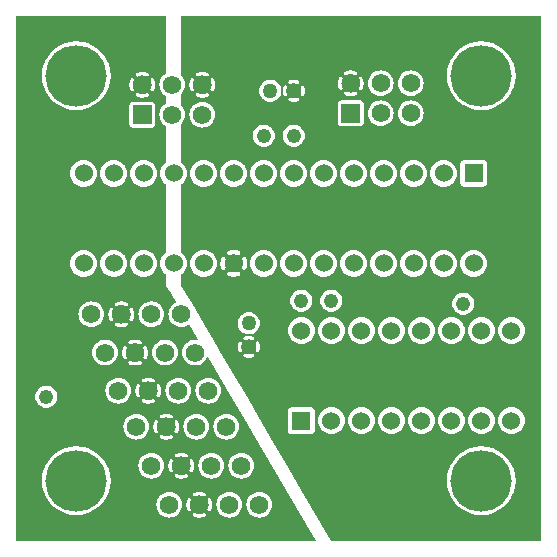
<source format=gbr>
G04 start of page 4 for group 2 idx 2 *
G04 Title: logic, Power *
G04 Creator: pcb 20091103 *
G04 CreationDate: Tue 04 May 2010 05:21:54 PM GMT UTC *
G04 For: srussell *
G04 Format: Gerber/RS-274X *
G04 PCB-Dimensions: 175000 175000 *
G04 PCB-Coordinate-Origin: lower left *
%MOIN*%
%FSLAX25Y25*%
%LNGROUP2*%
%ADD13C,0.0600*%
%ADD14C,0.0200*%
%ADD15C,0.0620*%
%ADD16C,0.0490*%
%ADD17C,0.0500*%
%ADD18C,0.2050*%
%ADD19C,0.0280*%
%ADD20C,0.0380*%
%ADD21C,0.0250*%
%ADD22C,0.0260*%
%ADD23C,0.1250*%
G54D14*G36*
X175000Y175000D02*Y0D01*
X165000D01*
Y14455D01*
X165759Y16084D01*
X166276Y18012D01*
X166450Y20000D01*
X166276Y21988D01*
X165759Y23916D01*
X165000Y25545D01*
Y35500D01*
X165781Y35568D01*
X166539Y35771D01*
X167250Y36103D01*
X167893Y36553D01*
X168447Y37107D01*
X168897Y37750D01*
X169229Y38461D01*
X169432Y39219D01*
X169500Y40000D01*
X169432Y40781D01*
X169229Y41539D01*
X168897Y42250D01*
X168447Y42893D01*
X167893Y43447D01*
X167250Y43897D01*
X166539Y44229D01*
X165781Y44432D01*
X165000Y44500D01*
Y65500D01*
X165781Y65568D01*
X166539Y65771D01*
X167250Y66103D01*
X167893Y66553D01*
X168447Y67107D01*
X168897Y67750D01*
X169229Y68461D01*
X169432Y69219D01*
X169500Y70000D01*
X169432Y70781D01*
X169229Y71539D01*
X168897Y72250D01*
X168447Y72893D01*
X167893Y73447D01*
X167250Y73897D01*
X166539Y74229D01*
X165781Y74432D01*
X165000Y74500D01*
Y149455D01*
X165759Y151084D01*
X166276Y153012D01*
X166450Y155000D01*
X166276Y156988D01*
X165759Y158916D01*
X165000Y160545D01*
Y175000D01*
X175000D01*
G37*
G36*
X155000Y143550D02*X156988Y143724D01*
X158916Y144241D01*
X160725Y145084D01*
X162360Y146229D01*
X163771Y147640D01*
X164916Y149275D01*
X165000Y149455D01*
Y74500D01*
X164219Y74432D01*
X163461Y74229D01*
X162750Y73897D01*
X162107Y73447D01*
X161553Y72893D01*
X161103Y72250D01*
X160771Y71539D01*
X160568Y70781D01*
X160500Y70000D01*
X160568Y69219D01*
X160771Y68461D01*
X161103Y67750D01*
X161553Y67107D01*
X162107Y66553D01*
X162750Y66103D01*
X163461Y65771D01*
X164219Y65568D01*
X165000Y65500D01*
Y44500D01*
X164219Y44432D01*
X163461Y44229D01*
X162750Y43897D01*
X162107Y43447D01*
X161553Y42893D01*
X161103Y42250D01*
X160771Y41539D01*
X160568Y40781D01*
X160500Y40000D01*
X160568Y39219D01*
X160771Y38461D01*
X161103Y37750D01*
X161553Y37107D01*
X162107Y36553D01*
X162750Y36103D01*
X163461Y35771D01*
X164219Y35568D01*
X165000Y35500D01*
Y25545D01*
X164916Y25725D01*
X163771Y27360D01*
X162360Y28771D01*
X160725Y29916D01*
X158916Y30759D01*
X156988Y31276D01*
X155000Y31450D01*
Y35500D01*
X155781Y35568D01*
X156539Y35771D01*
X157250Y36103D01*
X157893Y36553D01*
X158447Y37107D01*
X158897Y37750D01*
X159229Y38461D01*
X159432Y39219D01*
X159500Y40000D01*
X159432Y40781D01*
X159229Y41539D01*
X158897Y42250D01*
X158447Y42893D01*
X157893Y43447D01*
X157250Y43897D01*
X156539Y44229D01*
X155781Y44432D01*
X155000Y44500D01*
Y65500D01*
X155781Y65568D01*
X156539Y65771D01*
X157250Y66103D01*
X157893Y66553D01*
X158447Y67107D01*
X158897Y67750D01*
X159229Y68461D01*
X159432Y69219D01*
X159500Y70000D01*
X159432Y70781D01*
X159229Y71539D01*
X158897Y72250D01*
X158447Y72893D01*
X157893Y73447D01*
X157250Y73897D01*
X156539Y74229D01*
X155781Y74432D01*
X155000Y74500D01*
Y88778D01*
X155393Y89053D01*
X155947Y89607D01*
X156397Y90250D01*
X156729Y90961D01*
X156932Y91719D01*
X157000Y92500D01*
X156932Y93281D01*
X156729Y94039D01*
X156397Y94750D01*
X155947Y95393D01*
X155393Y95947D01*
X155000Y96222D01*
Y118000D01*
X155500D01*
X155760Y118023D01*
X156013Y118090D01*
X156250Y118201D01*
X156464Y118351D01*
X156649Y118536D01*
X156799Y118750D01*
X156910Y118987D01*
X156977Y119240D01*
X157000Y119500D01*
Y125500D01*
X156977Y125760D01*
X156910Y126013D01*
X156799Y126250D01*
X156649Y126464D01*
X156464Y126649D01*
X156250Y126799D01*
X156013Y126910D01*
X155760Y126977D01*
X155500Y127000D01*
X155000D01*
Y143550D01*
G37*
G36*
X149000Y89683D02*X149053Y89607D01*
X149607Y89053D01*
X150250Y88603D01*
X150961Y88271D01*
X151719Y88068D01*
X152500Y88000D01*
X153281Y88068D01*
X154039Y88271D01*
X154750Y88603D01*
X155000Y88778D01*
Y74500D01*
X154219Y74432D01*
X153461Y74229D01*
X152750Y73897D01*
X152107Y73447D01*
X151553Y72893D01*
X151103Y72250D01*
X150771Y71539D01*
X150568Y70781D01*
X150500Y70000D01*
X150568Y69219D01*
X150771Y68461D01*
X151103Y67750D01*
X151553Y67107D01*
X152107Y66553D01*
X152750Y66103D01*
X153461Y65771D01*
X154219Y65568D01*
X155000Y65500D01*
Y44500D01*
X154219Y44432D01*
X153461Y44229D01*
X152750Y43897D01*
X152107Y43447D01*
X151553Y42893D01*
X151103Y42250D01*
X150771Y41539D01*
X150568Y40781D01*
X150500Y40000D01*
X150568Y39219D01*
X150771Y38461D01*
X151103Y37750D01*
X151553Y37107D01*
X152107Y36553D01*
X152750Y36103D01*
X153461Y35771D01*
X154219Y35568D01*
X155000Y35500D01*
Y31450D01*
X153012Y31276D01*
X151084Y30759D01*
X149275Y29916D01*
X149000Y29723D01*
Y37971D01*
X149229Y38461D01*
X149432Y39219D01*
X149500Y40000D01*
X149432Y40781D01*
X149229Y41539D01*
X149000Y42029D01*
Y67971D01*
X149229Y68461D01*
X149432Y69219D01*
X149500Y70000D01*
X149432Y70781D01*
X149229Y71539D01*
X149000Y72029D01*
Y75350D01*
X149634Y75405D01*
X150248Y75570D01*
X150825Y75839D01*
X151346Y76204D01*
X151796Y76654D01*
X152161Y77175D01*
X152430Y77752D01*
X152595Y78366D01*
X152650Y79000D01*
X152595Y79634D01*
X152430Y80248D01*
X152161Y80825D01*
X151796Y81346D01*
X151346Y81796D01*
X150825Y82161D01*
X150248Y82430D01*
X149634Y82595D01*
X149000Y82650D01*
Y89683D01*
G37*
G36*
Y118087D02*X149240Y118023D01*
X149500Y118000D01*
X155000D01*
Y96222D01*
X154750Y96397D01*
X154039Y96729D01*
X153281Y96932D01*
X152500Y97000D01*
X151719Y96932D01*
X150961Y96729D01*
X150250Y96397D01*
X149607Y95947D01*
X149053Y95393D01*
X149000Y95317D01*
Y118087D01*
G37*
G36*
Y145277D02*X149275Y145084D01*
X151084Y144241D01*
X153012Y143724D01*
X155000Y143550D01*
Y127000D01*
X149500D01*
X149240Y126977D01*
X149000Y126913D01*
Y145277D01*
G37*
G36*
Y42029D02*X148897Y42250D01*
X148447Y42893D01*
X147893Y43447D01*
X147250Y43897D01*
X146539Y44229D01*
X145781Y44432D01*
X145000Y44500D01*
Y65500D01*
X145781Y65568D01*
X146539Y65771D01*
X147250Y66103D01*
X147893Y66553D01*
X148447Y67107D01*
X148897Y67750D01*
X149000Y67971D01*
Y42029D01*
G37*
G36*
Y29723D02*X147640Y28771D01*
X146229Y27360D01*
X145084Y25725D01*
X145000Y25545D01*
Y35500D01*
X145781Y35568D01*
X146539Y35771D01*
X147250Y36103D01*
X147893Y36553D01*
X148447Y37107D01*
X148897Y37750D01*
X149000Y37971D01*
Y29723D01*
G37*
G36*
X145000Y149455D02*X145084Y149275D01*
X146229Y147640D01*
X147640Y146229D01*
X149000Y145277D01*
Y126913D01*
X148987Y126910D01*
X148750Y126799D01*
X148536Y126649D01*
X148351Y126464D01*
X148201Y126250D01*
X148090Y126013D01*
X148023Y125760D01*
X148000Y125500D01*
Y119500D01*
X148023Y119240D01*
X148090Y118987D01*
X148201Y118750D01*
X148351Y118536D01*
X148536Y118351D01*
X148750Y118201D01*
X148987Y118090D01*
X149000Y118087D01*
Y95317D01*
X148603Y94750D01*
X148271Y94039D01*
X148068Y93281D01*
X148000Y92500D01*
X148068Y91719D01*
X148271Y90961D01*
X148603Y90250D01*
X149000Y89683D01*
Y82650D01*
X148366Y82595D01*
X147752Y82430D01*
X147175Y82161D01*
X146654Y81796D01*
X146204Y81346D01*
X145839Y80825D01*
X145570Y80248D01*
X145405Y79634D01*
X145350Y79000D01*
X145405Y78366D01*
X145570Y77752D01*
X145839Y77175D01*
X146204Y76654D01*
X146654Y76204D01*
X147175Y75839D01*
X147752Y75570D01*
X148366Y75405D01*
X149000Y75350D01*
Y72029D01*
X148897Y72250D01*
X148447Y72893D01*
X147893Y73447D01*
X147250Y73897D01*
X146539Y74229D01*
X145781Y74432D01*
X145000Y74500D01*
Y88778D01*
X145393Y89053D01*
X145947Y89607D01*
X146397Y90250D01*
X146729Y90961D01*
X146932Y91719D01*
X147000Y92500D01*
X146932Y93281D01*
X146729Y94039D01*
X146397Y94750D01*
X145947Y95393D01*
X145393Y95947D01*
X145000Y96222D01*
Y118778D01*
X145393Y119053D01*
X145947Y119607D01*
X146397Y120250D01*
X146729Y120961D01*
X146932Y121719D01*
X147000Y122500D01*
X146932Y123281D01*
X146729Y124039D01*
X146397Y124750D01*
X145947Y125393D01*
X145393Y125947D01*
X145000Y126222D01*
Y149455D01*
G37*
G36*
Y175000D02*X165000D01*
Y160545D01*
X164916Y160725D01*
X163771Y162360D01*
X162360Y163771D01*
X160725Y164916D01*
X158916Y165759D01*
X156988Y166276D01*
X155000Y166450D01*
X153012Y166276D01*
X151084Y165759D01*
X149275Y164916D01*
X147640Y163771D01*
X146229Y162360D01*
X145084Y160725D01*
X145000Y160545D01*
Y175000D01*
G37*
G36*
X165000Y0D02*X145000D01*
Y14455D01*
X145084Y14275D01*
X146229Y12640D01*
X147640Y11229D01*
X149275Y10084D01*
X151084Y9241D01*
X153012Y8724D01*
X155000Y8550D01*
X156988Y8724D01*
X158916Y9241D01*
X160725Y10084D01*
X162360Y11229D01*
X163771Y12640D01*
X164916Y14275D01*
X165000Y14455D01*
Y0D01*
G37*
G36*
X145000D02*X132500D01*
Y36278D01*
X132750Y36103D01*
X133461Y35771D01*
X134219Y35568D01*
X135000Y35500D01*
X135781Y35568D01*
X136539Y35771D01*
X137250Y36103D01*
X137893Y36553D01*
X138447Y37107D01*
X138897Y37750D01*
X139229Y38461D01*
X139432Y39219D01*
X139500Y40000D01*
X139432Y40781D01*
X139229Y41539D01*
X138897Y42250D01*
X138447Y42893D01*
X137893Y43447D01*
X137250Y43897D01*
X136539Y44229D01*
X135781Y44432D01*
X135000Y44500D01*
X134219Y44432D01*
X133461Y44229D01*
X132750Y43897D01*
X132500Y43722D01*
Y66278D01*
X132750Y66103D01*
X133461Y65771D01*
X134219Y65568D01*
X135000Y65500D01*
X135781Y65568D01*
X136539Y65771D01*
X137250Y66103D01*
X137893Y66553D01*
X138447Y67107D01*
X138897Y67750D01*
X139229Y68461D01*
X139432Y69219D01*
X139500Y70000D01*
X139432Y70781D01*
X139229Y71539D01*
X138897Y72250D01*
X138447Y72893D01*
X137893Y73447D01*
X137250Y73897D01*
X136539Y74229D01*
X135781Y74432D01*
X135000Y74500D01*
X134219Y74432D01*
X133461Y74229D01*
X132750Y73897D01*
X132500Y73722D01*
Y88000D01*
X133281Y88068D01*
X134039Y88271D01*
X134750Y88603D01*
X135393Y89053D01*
X135947Y89607D01*
X136397Y90250D01*
X136729Y90961D01*
X136932Y91719D01*
X137000Y92500D01*
X136932Y93281D01*
X136729Y94039D01*
X136397Y94750D01*
X135947Y95393D01*
X135393Y95947D01*
X134750Y96397D01*
X134039Y96729D01*
X133281Y96932D01*
X132500Y97000D01*
Y118000D01*
X133281Y118068D01*
X134039Y118271D01*
X134750Y118603D01*
X135393Y119053D01*
X135947Y119607D01*
X136397Y120250D01*
X136729Y120961D01*
X136932Y121719D01*
X137000Y122500D01*
X136932Y123281D01*
X136729Y124039D01*
X136397Y124750D01*
X135947Y125393D01*
X135393Y125947D01*
X134750Y126397D01*
X134039Y126729D01*
X133281Y126932D01*
X132500Y127000D01*
Y138333D01*
X132972Y138459D01*
X133651Y138776D01*
X134265Y139206D01*
X134795Y139736D01*
X135225Y140350D01*
X135542Y141029D01*
X135736Y141753D01*
X135801Y142500D01*
X135736Y143247D01*
X135542Y143971D01*
X135225Y144650D01*
X134795Y145264D01*
X134265Y145794D01*
X133651Y146224D01*
X132972Y146541D01*
X132500Y146667D01*
Y148333D01*
X132972Y148459D01*
X133651Y148776D01*
X134265Y149206D01*
X134795Y149736D01*
X135225Y150350D01*
X135542Y151029D01*
X135736Y151753D01*
X135801Y152500D01*
X135736Y153247D01*
X135542Y153971D01*
X135225Y154650D01*
X134795Y155264D01*
X134265Y155794D01*
X133651Y156224D01*
X132972Y156541D01*
X132500Y156667D01*
Y175000D01*
X145000D01*
Y160545D01*
X144241Y158916D01*
X143724Y156988D01*
X143550Y155000D01*
X143724Y153012D01*
X144241Y151084D01*
X145000Y149455D01*
Y126222D01*
X144750Y126397D01*
X144039Y126729D01*
X143281Y126932D01*
X142500Y127000D01*
X141719Y126932D01*
X140961Y126729D01*
X140250Y126397D01*
X139607Y125947D01*
X139053Y125393D01*
X138603Y124750D01*
X138271Y124039D01*
X138068Y123281D01*
X138000Y122500D01*
X138068Y121719D01*
X138271Y120961D01*
X138603Y120250D01*
X139053Y119607D01*
X139607Y119053D01*
X140250Y118603D01*
X140961Y118271D01*
X141719Y118068D01*
X142500Y118000D01*
X143281Y118068D01*
X144039Y118271D01*
X144750Y118603D01*
X145000Y118778D01*
Y96222D01*
X144750Y96397D01*
X144039Y96729D01*
X143281Y96932D01*
X142500Y97000D01*
X141719Y96932D01*
X140961Y96729D01*
X140250Y96397D01*
X139607Y95947D01*
X139053Y95393D01*
X138603Y94750D01*
X138271Y94039D01*
X138068Y93281D01*
X138000Y92500D01*
X138068Y91719D01*
X138271Y90961D01*
X138603Y90250D01*
X139053Y89607D01*
X139607Y89053D01*
X140250Y88603D01*
X140961Y88271D01*
X141719Y88068D01*
X142500Y88000D01*
X143281Y88068D01*
X144039Y88271D01*
X144750Y88603D01*
X145000Y88778D01*
Y74500D01*
X144219Y74432D01*
X143461Y74229D01*
X142750Y73897D01*
X142107Y73447D01*
X141553Y72893D01*
X141103Y72250D01*
X140771Y71539D01*
X140568Y70781D01*
X140500Y70000D01*
X140568Y69219D01*
X140771Y68461D01*
X141103Y67750D01*
X141553Y67107D01*
X142107Y66553D01*
X142750Y66103D01*
X143461Y65771D01*
X144219Y65568D01*
X145000Y65500D01*
Y44500D01*
X144219Y44432D01*
X143461Y44229D01*
X142750Y43897D01*
X142107Y43447D01*
X141553Y42893D01*
X141103Y42250D01*
X140771Y41539D01*
X140568Y40781D01*
X140500Y40000D01*
X140568Y39219D01*
X140771Y38461D01*
X141103Y37750D01*
X141553Y37107D01*
X142107Y36553D01*
X142750Y36103D01*
X143461Y35771D01*
X144219Y35568D01*
X145000Y35500D01*
Y25545D01*
X144241Y23916D01*
X143724Y21988D01*
X143550Y20000D01*
X143724Y18012D01*
X144241Y16084D01*
X145000Y14455D01*
Y0D01*
G37*
G36*
X132500D02*X125000D01*
Y35500D01*
X125781Y35568D01*
X126539Y35771D01*
X127250Y36103D01*
X127893Y36553D01*
X128447Y37107D01*
X128897Y37750D01*
X129229Y38461D01*
X129432Y39219D01*
X129500Y40000D01*
X129432Y40781D01*
X129229Y41539D01*
X128897Y42250D01*
X128447Y42893D01*
X127893Y43447D01*
X127250Y43897D01*
X126539Y44229D01*
X125781Y44432D01*
X125000Y44500D01*
Y65500D01*
X125781Y65568D01*
X126539Y65771D01*
X127250Y66103D01*
X127893Y66553D01*
X128447Y67107D01*
X128897Y67750D01*
X129229Y68461D01*
X129432Y69219D01*
X129500Y70000D01*
X129432Y70781D01*
X129229Y71539D01*
X128897Y72250D01*
X128447Y72893D01*
X127893Y73447D01*
X127250Y73897D01*
X126539Y74229D01*
X125781Y74432D01*
X125000Y74500D01*
Y88778D01*
X125393Y89053D01*
X125947Y89607D01*
X126397Y90250D01*
X126729Y90961D01*
X126932Y91719D01*
X127000Y92500D01*
X126932Y93281D01*
X126729Y94039D01*
X126397Y94750D01*
X125947Y95393D01*
X125393Y95947D01*
X125000Y96222D01*
Y118778D01*
X125393Y119053D01*
X125947Y119607D01*
X126397Y120250D01*
X126729Y120961D01*
X126932Y121719D01*
X127000Y122500D01*
X126932Y123281D01*
X126729Y124039D01*
X126397Y124750D01*
X125947Y125393D01*
X125393Y125947D01*
X125000Y126222D01*
Y140029D01*
X125225Y140350D01*
X125542Y141029D01*
X125736Y141753D01*
X125801Y142500D01*
X125736Y143247D01*
X125542Y143971D01*
X125225Y144650D01*
X125000Y144971D01*
Y150029D01*
X125225Y150350D01*
X125542Y151029D01*
X125736Y151753D01*
X125801Y152500D01*
X125736Y153247D01*
X125542Y153971D01*
X125225Y154650D01*
X125000Y154971D01*
Y175000D01*
X132500D01*
Y156667D01*
X132248Y156735D01*
X131501Y156800D01*
X130754Y156735D01*
X130030Y156541D01*
X129351Y156224D01*
X128737Y155794D01*
X128207Y155264D01*
X127777Y154650D01*
X127460Y153971D01*
X127266Y153247D01*
X127201Y152500D01*
X127266Y151753D01*
X127460Y151029D01*
X127777Y150350D01*
X128207Y149736D01*
X128737Y149206D01*
X129351Y148776D01*
X130030Y148459D01*
X130754Y148265D01*
X131501Y148200D01*
X132248Y148265D01*
X132500Y148333D01*
Y146667D01*
X132248Y146735D01*
X131501Y146800D01*
X130754Y146735D01*
X130030Y146541D01*
X129351Y146224D01*
X128737Y145794D01*
X128207Y145264D01*
X127777Y144650D01*
X127460Y143971D01*
X127266Y143247D01*
X127201Y142500D01*
X127266Y141753D01*
X127460Y141029D01*
X127777Y140350D01*
X128207Y139736D01*
X128737Y139206D01*
X129351Y138776D01*
X130030Y138459D01*
X130754Y138265D01*
X131501Y138200D01*
X132248Y138265D01*
X132500Y138333D01*
Y127000D01*
X131719Y126932D01*
X130961Y126729D01*
X130250Y126397D01*
X129607Y125947D01*
X129053Y125393D01*
X128603Y124750D01*
X128271Y124039D01*
X128068Y123281D01*
X128000Y122500D01*
X128068Y121719D01*
X128271Y120961D01*
X128603Y120250D01*
X129053Y119607D01*
X129607Y119053D01*
X130250Y118603D01*
X130961Y118271D01*
X131719Y118068D01*
X132500Y118000D01*
Y97000D01*
X131719Y96932D01*
X130961Y96729D01*
X130250Y96397D01*
X129607Y95947D01*
X129053Y95393D01*
X128603Y94750D01*
X128271Y94039D01*
X128068Y93281D01*
X128000Y92500D01*
X128068Y91719D01*
X128271Y90961D01*
X128603Y90250D01*
X129053Y89607D01*
X129607Y89053D01*
X130250Y88603D01*
X130961Y88271D01*
X131719Y88068D01*
X132500Y88000D01*
Y73722D01*
X132107Y73447D01*
X131553Y72893D01*
X131103Y72250D01*
X130771Y71539D01*
X130568Y70781D01*
X130500Y70000D01*
X130568Y69219D01*
X130771Y68461D01*
X131103Y67750D01*
X131553Y67107D01*
X132107Y66553D01*
X132500Y66278D01*
Y43722D01*
X132107Y43447D01*
X131553Y42893D01*
X131103Y42250D01*
X130771Y41539D01*
X130568Y40781D01*
X130500Y40000D01*
X130568Y39219D01*
X130771Y38461D01*
X131103Y37750D01*
X131553Y37107D01*
X132107Y36553D01*
X132500Y36278D01*
Y0D01*
G37*
G36*
X125000D02*X115000D01*
Y35500D01*
X115781Y35568D01*
X116539Y35771D01*
X117250Y36103D01*
X117893Y36553D01*
X118447Y37107D01*
X118897Y37750D01*
X119229Y38461D01*
X119432Y39219D01*
X119500Y40000D01*
X119432Y40781D01*
X119229Y41539D01*
X118897Y42250D01*
X118447Y42893D01*
X117893Y43447D01*
X117250Y43897D01*
X116539Y44229D01*
X115781Y44432D01*
X115000Y44500D01*
Y65500D01*
X115781Y65568D01*
X116539Y65771D01*
X117250Y66103D01*
X117893Y66553D01*
X118447Y67107D01*
X118897Y67750D01*
X119229Y68461D01*
X119432Y69219D01*
X119500Y70000D01*
X119432Y70781D01*
X119229Y71539D01*
X118897Y72250D01*
X118447Y72893D01*
X117893Y73447D01*
X117250Y73897D01*
X116539Y74229D01*
X115781Y74432D01*
X115000Y74500D01*
Y88778D01*
X115393Y89053D01*
X115947Y89607D01*
X116397Y90250D01*
X116729Y90961D01*
X116932Y91719D01*
X117000Y92500D01*
X116932Y93281D01*
X116729Y94039D01*
X116397Y94750D01*
X115947Y95393D01*
X115393Y95947D01*
X115000Y96222D01*
Y118778D01*
X115393Y119053D01*
X115947Y119607D01*
X116397Y120250D01*
X116729Y120961D01*
X116932Y121719D01*
X117000Y122500D01*
X116932Y123281D01*
X116729Y124039D01*
X116397Y124750D01*
X115947Y125393D01*
X115393Y125947D01*
X115000Y126222D01*
Y138269D01*
X115011Y138272D01*
X115201Y138361D01*
X115372Y138481D01*
X115520Y138629D01*
X115640Y138800D01*
X115729Y138990D01*
X115783Y139192D01*
X115801Y139400D01*
Y145600D01*
X115783Y145808D01*
X115729Y146010D01*
X115640Y146200D01*
X115520Y146371D01*
X115372Y146519D01*
X115201Y146639D01*
X115011Y146728D01*
X115000Y146731D01*
Y150307D01*
X115070Y150331D01*
X115161Y150382D01*
X115243Y150448D01*
X115311Y150526D01*
X115365Y150616D01*
X115520Y150974D01*
X115642Y151344D01*
X115730Y151724D01*
X115783Y152111D01*
X115801Y152501D01*
X115783Y152890D01*
X115730Y153277D01*
X115642Y153657D01*
X115520Y154027D01*
X115365Y154385D01*
X115311Y154475D01*
X115243Y154553D01*
X115161Y154619D01*
X115070Y154670D01*
X115000Y154694D01*
Y175000D01*
X125000D01*
Y154971D01*
X124795Y155264D01*
X124265Y155794D01*
X123651Y156224D01*
X122972Y156541D01*
X122248Y156735D01*
X121501Y156800D01*
X120754Y156735D01*
X120030Y156541D01*
X119351Y156224D01*
X118737Y155794D01*
X118207Y155264D01*
X117777Y154650D01*
X117460Y153971D01*
X117266Y153247D01*
X117201Y152500D01*
X117266Y151753D01*
X117460Y151029D01*
X117777Y150350D01*
X118207Y149736D01*
X118737Y149206D01*
X119351Y148776D01*
X120030Y148459D01*
X120754Y148265D01*
X121501Y148200D01*
X122248Y148265D01*
X122972Y148459D01*
X123651Y148776D01*
X124265Y149206D01*
X124795Y149736D01*
X125000Y150029D01*
Y144971D01*
X124795Y145264D01*
X124265Y145794D01*
X123651Y146224D01*
X122972Y146541D01*
X122248Y146735D01*
X121501Y146800D01*
X120754Y146735D01*
X120030Y146541D01*
X119351Y146224D01*
X118737Y145794D01*
X118207Y145264D01*
X117777Y144650D01*
X117460Y143971D01*
X117266Y143247D01*
X117201Y142500D01*
X117266Y141753D01*
X117460Y141029D01*
X117777Y140350D01*
X118207Y139736D01*
X118737Y139206D01*
X119351Y138776D01*
X120030Y138459D01*
X120754Y138265D01*
X121501Y138200D01*
X122248Y138265D01*
X122972Y138459D01*
X123651Y138776D01*
X124265Y139206D01*
X124795Y139736D01*
X125000Y140029D01*
Y126222D01*
X124750Y126397D01*
X124039Y126729D01*
X123281Y126932D01*
X122500Y127000D01*
X121719Y126932D01*
X120961Y126729D01*
X120250Y126397D01*
X119607Y125947D01*
X119053Y125393D01*
X118603Y124750D01*
X118271Y124039D01*
X118068Y123281D01*
X118000Y122500D01*
X118068Y121719D01*
X118271Y120961D01*
X118603Y120250D01*
X119053Y119607D01*
X119607Y119053D01*
X120250Y118603D01*
X120961Y118271D01*
X121719Y118068D01*
X122500Y118000D01*
X123281Y118068D01*
X124039Y118271D01*
X124750Y118603D01*
X125000Y118778D01*
Y96222D01*
X124750Y96397D01*
X124039Y96729D01*
X123281Y96932D01*
X122500Y97000D01*
X121719Y96932D01*
X120961Y96729D01*
X120250Y96397D01*
X119607Y95947D01*
X119053Y95393D01*
X118603Y94750D01*
X118271Y94039D01*
X118068Y93281D01*
X118000Y92500D01*
X118068Y91719D01*
X118271Y90961D01*
X118603Y90250D01*
X119053Y89607D01*
X119607Y89053D01*
X120250Y88603D01*
X120961Y88271D01*
X121719Y88068D01*
X122500Y88000D01*
X123281Y88068D01*
X124039Y88271D01*
X124750Y88603D01*
X125000Y88778D01*
Y74500D01*
X124219Y74432D01*
X123461Y74229D01*
X122750Y73897D01*
X122107Y73447D01*
X121553Y72893D01*
X121103Y72250D01*
X120771Y71539D01*
X120568Y70781D01*
X120500Y70000D01*
X120568Y69219D01*
X120771Y68461D01*
X121103Y67750D01*
X121553Y67107D01*
X122107Y66553D01*
X122750Y66103D01*
X123461Y65771D01*
X124219Y65568D01*
X125000Y65500D01*
Y44500D01*
X124219Y44432D01*
X123461Y44229D01*
X122750Y43897D01*
X122107Y43447D01*
X121553Y42893D01*
X121103Y42250D01*
X120771Y41539D01*
X120568Y40781D01*
X120500Y40000D01*
X120568Y39219D01*
X120771Y38461D01*
X121103Y37750D01*
X121553Y37107D01*
X122107Y36553D01*
X122750Y36103D01*
X123461Y35771D01*
X124219Y35568D01*
X125000Y35500D01*
Y0D01*
G37*
G36*
X111501Y67181D02*X111553Y67107D01*
X112107Y66553D01*
X112750Y66103D01*
X113461Y65771D01*
X114219Y65568D01*
X115000Y65500D01*
Y44500D01*
X114219Y44432D01*
X113461Y44229D01*
X112750Y43897D01*
X112107Y43447D01*
X111553Y42893D01*
X111501Y42819D01*
Y67181D01*
G37*
G36*
Y88126D02*X111719Y88068D01*
X112500Y88000D01*
X113281Y88068D01*
X114039Y88271D01*
X114750Y88603D01*
X115000Y88778D01*
Y74500D01*
X114219Y74432D01*
X113461Y74229D01*
X112750Y73897D01*
X112107Y73447D01*
X111553Y72893D01*
X111501Y72819D01*
Y88126D01*
G37*
G36*
Y118126D02*X111719Y118068D01*
X112500Y118000D01*
X113281Y118068D01*
X114039Y118271D01*
X114750Y118603D01*
X115000Y118778D01*
Y96222D01*
X114750Y96397D01*
X114039Y96729D01*
X113281Y96932D01*
X112500Y97000D01*
X111719Y96932D01*
X111501Y96874D01*
Y118126D01*
G37*
G36*
Y138200D02*X114601D01*
X114809Y138218D01*
X115000Y138269D01*
Y126222D01*
X114750Y126397D01*
X114039Y126729D01*
X113281Y126932D01*
X112500Y127000D01*
X111719Y126932D01*
X111501Y126874D01*
Y138200D01*
G37*
G36*
Y175000D02*X115000D01*
Y154694D01*
X114971Y154704D01*
X114868Y154720D01*
X114763Y154718D01*
X114661Y154698D01*
X114563Y154661D01*
X114473Y154607D01*
X114395Y154539D01*
X114329Y154457D01*
X114278Y154366D01*
X114244Y154267D01*
X114228Y154164D01*
X114230Y154059D01*
X114250Y153957D01*
X114287Y153859D01*
X114398Y153601D01*
X114486Y153334D01*
X114550Y153060D01*
X114588Y152781D01*
X114601Y152500D01*
X114588Y152220D01*
X114550Y151941D01*
X114486Y151667D01*
X114398Y151400D01*
X114287Y151142D01*
X114250Y151044D01*
X114230Y150942D01*
X114228Y150837D01*
X114244Y150734D01*
X114278Y150635D01*
X114329Y150544D01*
X114395Y150462D01*
X114473Y150394D01*
X114563Y150340D01*
X114661Y150303D01*
X114763Y150283D01*
X114868Y150281D01*
X114971Y150297D01*
X115000Y150307D01*
Y146731D01*
X114809Y146782D01*
X114601Y146800D01*
X111501D01*
Y148200D01*
X111890Y148218D01*
X112277Y148271D01*
X112657Y148359D01*
X113027Y148481D01*
X113385Y148636D01*
X113475Y148690D01*
X113553Y148758D01*
X113619Y148840D01*
X113670Y148931D01*
X113704Y149030D01*
X113720Y149133D01*
X113718Y149238D01*
X113698Y149340D01*
X113661Y149438D01*
X113607Y149528D01*
X113539Y149606D01*
X113457Y149672D01*
X113366Y149723D01*
X113267Y149757D01*
X113164Y149773D01*
X113059Y149771D01*
X112957Y149751D01*
X112859Y149714D01*
X112601Y149603D01*
X112334Y149515D01*
X112060Y149451D01*
X111781Y149413D01*
X111501Y149400D01*
Y155600D01*
X111781Y155588D01*
X112060Y155550D01*
X112334Y155486D01*
X112601Y155398D01*
X112859Y155287D01*
X112957Y155250D01*
X113059Y155230D01*
X113164Y155228D01*
X113267Y155244D01*
X113366Y155278D01*
X113457Y155329D01*
X113539Y155395D01*
X113607Y155473D01*
X113661Y155563D01*
X113698Y155661D01*
X113718Y155763D01*
X113720Y155868D01*
X113704Y155971D01*
X113670Y156070D01*
X113619Y156161D01*
X113553Y156243D01*
X113475Y156311D01*
X113385Y156365D01*
X113027Y156520D01*
X112657Y156642D01*
X112277Y156730D01*
X111890Y156783D01*
X111501Y156800D01*
Y175000D01*
G37*
G36*
X115000Y0D02*X111501D01*
Y37181D01*
X111553Y37107D01*
X112107Y36553D01*
X112750Y36103D01*
X113461Y35771D01*
X114219Y35568D01*
X115000Y35500D01*
Y0D01*
G37*
G36*
X107987Y175000D02*X111501D01*
Y156800D01*
X111111Y156783D01*
X110724Y156730D01*
X110344Y156642D01*
X109974Y156520D01*
X109616Y156365D01*
X109526Y156311D01*
X109448Y156243D01*
X109382Y156161D01*
X109331Y156070D01*
X109297Y155971D01*
X109281Y155868D01*
X109283Y155763D01*
X109303Y155661D01*
X109340Y155563D01*
X109394Y155473D01*
X109462Y155395D01*
X109544Y155329D01*
X109635Y155278D01*
X109734Y155244D01*
X109837Y155228D01*
X109942Y155230D01*
X110044Y155250D01*
X110142Y155287D01*
X110400Y155398D01*
X110667Y155486D01*
X110941Y155550D01*
X111220Y155588D01*
X111501Y155600D01*
Y149400D01*
X111220Y149413D01*
X110941Y149451D01*
X110667Y149515D01*
X110400Y149603D01*
X110142Y149714D01*
X110044Y149751D01*
X109942Y149771D01*
X109837Y149773D01*
X109734Y149757D01*
X109635Y149723D01*
X109544Y149672D01*
X109462Y149606D01*
X109394Y149528D01*
X109340Y149438D01*
X109303Y149340D01*
X109283Y149238D01*
X109281Y149133D01*
X109297Y149030D01*
X109331Y148931D01*
X109382Y148840D01*
X109448Y148758D01*
X109526Y148690D01*
X109616Y148636D01*
X109974Y148481D01*
X110344Y148359D01*
X110724Y148271D01*
X111111Y148218D01*
X111501Y148200D01*
Y146800D01*
X108401D01*
X108193Y146782D01*
X107991Y146728D01*
X107987Y146726D01*
Y150312D01*
X108030Y150297D01*
X108133Y150281D01*
X108238Y150283D01*
X108340Y150303D01*
X108438Y150340D01*
X108528Y150394D01*
X108606Y150462D01*
X108672Y150544D01*
X108723Y150635D01*
X108757Y150734D01*
X108773Y150837D01*
X108771Y150942D01*
X108751Y151044D01*
X108714Y151142D01*
X108603Y151400D01*
X108515Y151667D01*
X108451Y151941D01*
X108413Y152220D01*
X108401Y152501D01*
X108413Y152781D01*
X108451Y153060D01*
X108515Y153334D01*
X108603Y153601D01*
X108714Y153859D01*
X108751Y153957D01*
X108771Y154059D01*
X108773Y154164D01*
X108757Y154267D01*
X108723Y154366D01*
X108672Y154457D01*
X108606Y154539D01*
X108528Y154607D01*
X108438Y154661D01*
X108340Y154698D01*
X108238Y154718D01*
X108133Y154720D01*
X108030Y154704D01*
X107987Y154689D01*
Y175000D01*
G37*
G36*
X111501Y0D02*X107987D01*
Y36647D01*
X108447Y37107D01*
X108897Y37750D01*
X109229Y38461D01*
X109432Y39219D01*
X109500Y40000D01*
X109432Y40781D01*
X109229Y41539D01*
X108897Y42250D01*
X108447Y42893D01*
X107987Y43353D01*
Y66647D01*
X108447Y67107D01*
X108897Y67750D01*
X109229Y68461D01*
X109432Y69219D01*
X109500Y70000D01*
X109432Y70781D01*
X109229Y71539D01*
X108897Y72250D01*
X108447Y72893D01*
X107987Y73353D01*
Y77927D01*
X108161Y78175D01*
X108430Y78752D01*
X108595Y79366D01*
X108650Y80000D01*
X108595Y80634D01*
X108430Y81248D01*
X108161Y81825D01*
X107987Y82073D01*
Y138274D01*
X107991Y138272D01*
X108193Y138218D01*
X108401Y138200D01*
X111501D01*
Y126874D01*
X110961Y126729D01*
X110250Y126397D01*
X109607Y125947D01*
X109053Y125393D01*
X108603Y124750D01*
X108271Y124039D01*
X108068Y123281D01*
X108000Y122500D01*
X108068Y121719D01*
X108271Y120961D01*
X108603Y120250D01*
X109053Y119607D01*
X109607Y119053D01*
X110250Y118603D01*
X110961Y118271D01*
X111501Y118126D01*
Y96874D01*
X110961Y96729D01*
X110250Y96397D01*
X109607Y95947D01*
X109053Y95393D01*
X108603Y94750D01*
X108271Y94039D01*
X108068Y93281D01*
X108000Y92500D01*
X108068Y91719D01*
X108271Y90961D01*
X108603Y90250D01*
X109053Y89607D01*
X109607Y89053D01*
X110250Y88603D01*
X110961Y88271D01*
X111501Y88126D01*
Y72819D01*
X111103Y72250D01*
X110771Y71539D01*
X110568Y70781D01*
X110500Y70000D01*
X110568Y69219D01*
X110771Y68461D01*
X111103Y67750D01*
X111501Y67181D01*
Y42819D01*
X111103Y42250D01*
X110771Y41539D01*
X110568Y40781D01*
X110500Y40000D01*
X110568Y39219D01*
X110771Y38461D01*
X111103Y37750D01*
X111501Y37181D01*
Y0D01*
G37*
G36*
X107987Y82073D02*X107796Y82346D01*
X107346Y82796D01*
X106825Y83161D01*
X106248Y83430D01*
X105634Y83595D01*
X105000Y83650D01*
Y88778D01*
X105393Y89053D01*
X105947Y89607D01*
X106397Y90250D01*
X106729Y90961D01*
X106932Y91719D01*
X107000Y92500D01*
X106932Y93281D01*
X106729Y94039D01*
X106397Y94750D01*
X105947Y95393D01*
X105393Y95947D01*
X105000Y96222D01*
Y118778D01*
X105393Y119053D01*
X105947Y119607D01*
X106397Y120250D01*
X106729Y120961D01*
X106932Y121719D01*
X107000Y122500D01*
X106932Y123281D01*
X106729Y124039D01*
X106397Y124750D01*
X105947Y125393D01*
X105393Y125947D01*
X105000Y126222D01*
Y175000D01*
X107987D01*
Y154689D01*
X107931Y154670D01*
X107840Y154619D01*
X107758Y154553D01*
X107690Y154475D01*
X107636Y154385D01*
X107481Y154027D01*
X107359Y153657D01*
X107271Y153277D01*
X107218Y152890D01*
X107201Y152500D01*
X107218Y152111D01*
X107271Y151724D01*
X107359Y151344D01*
X107481Y150974D01*
X107636Y150616D01*
X107690Y150526D01*
X107758Y150448D01*
X107840Y150382D01*
X107931Y150331D01*
X107987Y150312D01*
Y146726D01*
X107801Y146639D01*
X107630Y146519D01*
X107482Y146371D01*
X107362Y146200D01*
X107273Y146010D01*
X107219Y145808D01*
X107201Y145600D01*
Y139400D01*
X107219Y139192D01*
X107273Y138990D01*
X107362Y138800D01*
X107482Y138629D01*
X107630Y138481D01*
X107801Y138361D01*
X107987Y138274D01*
Y82073D01*
G37*
G36*
Y73353D02*X107893Y73447D01*
X107250Y73897D01*
X106539Y74229D01*
X105781Y74432D01*
X105000Y74500D01*
Y76350D01*
X105634Y76405D01*
X106248Y76570D01*
X106825Y76839D01*
X107346Y77204D01*
X107796Y77654D01*
X107987Y77927D01*
Y73353D01*
G37*
G36*
Y43353D02*X107893Y43447D01*
X107250Y43897D01*
X106539Y44229D01*
X105781Y44432D01*
X105000Y44500D01*
Y65500D01*
X105781Y65568D01*
X106539Y65771D01*
X107250Y66103D01*
X107893Y66553D01*
X107987Y66647D01*
Y43353D01*
G37*
G36*
Y0D02*X105000D01*
Y35500D01*
X105781Y35568D01*
X106539Y35771D01*
X107250Y36103D01*
X107893Y36553D01*
X107987Y36647D01*
Y0D01*
G37*
G36*
X105000D02*X95000Y17000D01*
Y35500D01*
X98000D01*
X98260Y35523D01*
X98513Y35590D01*
X98750Y35701D01*
X98964Y35851D01*
X99149Y36036D01*
X99299Y36250D01*
X99410Y36487D01*
X99477Y36740D01*
X99500Y37000D01*
Y43000D01*
X99477Y43260D01*
X99410Y43513D01*
X99299Y43750D01*
X99149Y43964D01*
X98964Y44149D01*
X98750Y44299D01*
X98513Y44410D01*
X98260Y44477D01*
X98000Y44500D01*
X95000D01*
Y65500D01*
X95781Y65568D01*
X96539Y65771D01*
X97250Y66103D01*
X97893Y66553D01*
X98447Y67107D01*
X98897Y67750D01*
X99229Y68461D01*
X99432Y69219D01*
X99500Y70000D01*
X99432Y70781D01*
X99229Y71539D01*
X98897Y72250D01*
X98447Y72893D01*
X97893Y73447D01*
X97250Y73897D01*
X96539Y74229D01*
X95781Y74432D01*
X95000Y74500D01*
Y76350D01*
X95634Y76405D01*
X96248Y76570D01*
X96825Y76839D01*
X97346Y77204D01*
X97796Y77654D01*
X98161Y78175D01*
X98430Y78752D01*
X98595Y79366D01*
X98650Y80000D01*
X98595Y80634D01*
X98430Y81248D01*
X98161Y81825D01*
X97796Y82346D01*
X97346Y82796D01*
X96825Y83161D01*
X96248Y83430D01*
X95634Y83595D01*
X95000Y83650D01*
Y88778D01*
X95393Y89053D01*
X95947Y89607D01*
X96397Y90250D01*
X96729Y90961D01*
X96932Y91719D01*
X97000Y92500D01*
X96932Y93281D01*
X96729Y94039D01*
X96397Y94750D01*
X95947Y95393D01*
X95393Y95947D01*
X95000Y96222D01*
Y118778D01*
X95393Y119053D01*
X95947Y119607D01*
X96397Y120250D01*
X96729Y120961D01*
X96932Y121719D01*
X97000Y122500D01*
X96932Y123281D01*
X96729Y124039D01*
X96397Y124750D01*
X95947Y125393D01*
X95393Y125947D01*
X95000Y126222D01*
Y132358D01*
X95296Y132654D01*
X95661Y133175D01*
X95930Y133752D01*
X96095Y134366D01*
X96150Y135000D01*
X96095Y135634D01*
X95930Y136248D01*
X95661Y136825D01*
X95296Y137346D01*
X95000Y137642D01*
Y148372D01*
X95056Y148331D01*
X95149Y148283D01*
X95249Y148252D01*
X95353Y148240D01*
X95457Y148245D01*
X95559Y148268D01*
X95655Y148309D01*
X95743Y148366D01*
X95820Y148437D01*
X95882Y148521D01*
X95930Y148614D01*
X96038Y148919D01*
X96119Y149231D01*
X96172Y149550D01*
X96197Y149871D01*
X96194Y150194D01*
X96163Y150515D01*
X96105Y150833D01*
X96018Y151144D01*
X95905Y151446D01*
Y151447D01*
X95856Y151539D01*
X95791Y151622D01*
X95714Y151692D01*
X95625Y151747D01*
X95528Y151786D01*
X95425Y151808D01*
X95321Y151811D01*
X95217Y151796D01*
X95118Y151764D01*
X95026Y151715D01*
X95000Y151695D01*
Y175000D01*
X105000D01*
Y126222D01*
X104750Y126397D01*
X104039Y126729D01*
X103281Y126932D01*
X102500Y127000D01*
X101719Y126932D01*
X100961Y126729D01*
X100250Y126397D01*
X99607Y125947D01*
X99053Y125393D01*
X98603Y124750D01*
X98271Y124039D01*
X98068Y123281D01*
X98000Y122500D01*
X98068Y121719D01*
X98271Y120961D01*
X98603Y120250D01*
X99053Y119607D01*
X99607Y119053D01*
X100250Y118603D01*
X100961Y118271D01*
X101719Y118068D01*
X102500Y118000D01*
X103281Y118068D01*
X104039Y118271D01*
X104750Y118603D01*
X105000Y118778D01*
Y96222D01*
X104750Y96397D01*
X104039Y96729D01*
X103281Y96932D01*
X102500Y97000D01*
X101719Y96932D01*
X100961Y96729D01*
X100250Y96397D01*
X99607Y95947D01*
X99053Y95393D01*
X98603Y94750D01*
X98271Y94039D01*
X98068Y93281D01*
X98000Y92500D01*
X98068Y91719D01*
X98271Y90961D01*
X98603Y90250D01*
X99053Y89607D01*
X99607Y89053D01*
X100250Y88603D01*
X100961Y88271D01*
X101719Y88068D01*
X102500Y88000D01*
X103281Y88068D01*
X104039Y88271D01*
X104750Y88603D01*
X105000Y88778D01*
Y83650D01*
X104366Y83595D01*
X103752Y83430D01*
X103175Y83161D01*
X102654Y82796D01*
X102204Y82346D01*
X101839Y81825D01*
X101570Y81248D01*
X101405Y80634D01*
X101350Y80000D01*
X101405Y79366D01*
X101570Y78752D01*
X101839Y78175D01*
X102204Y77654D01*
X102654Y77204D01*
X103175Y76839D01*
X103752Y76570D01*
X104366Y76405D01*
X105000Y76350D01*
Y74500D01*
X104219Y74432D01*
X103461Y74229D01*
X102750Y73897D01*
X102107Y73447D01*
X101553Y72893D01*
X101103Y72250D01*
X100771Y71539D01*
X100568Y70781D01*
X100500Y70000D01*
X100568Y69219D01*
X100771Y68461D01*
X101103Y67750D01*
X101553Y67107D01*
X102107Y66553D01*
X102750Y66103D01*
X103461Y65771D01*
X104219Y65568D01*
X105000Y65500D01*
Y44500D01*
X104219Y44432D01*
X103461Y44229D01*
X102750Y43897D01*
X102107Y43447D01*
X101553Y42893D01*
X101103Y42250D01*
X100771Y41539D01*
X100568Y40781D01*
X100500Y40000D01*
X100568Y39219D01*
X100771Y38461D01*
X101103Y37750D01*
X101553Y37107D01*
X102107Y36553D01*
X102750Y36103D01*
X103461Y35771D01*
X104219Y35568D01*
X105000Y35500D01*
Y0D01*
G37*
G36*
X89524Y119136D02*X89607Y119053D01*
X90250Y118603D01*
X90961Y118271D01*
X91719Y118068D01*
X92500Y118000D01*
X93281Y118068D01*
X94039Y118271D01*
X94750Y118603D01*
X95000Y118778D01*
Y96222D01*
X94750Y96397D01*
X94039Y96729D01*
X93281Y96932D01*
X92500Y97000D01*
X91719Y96932D01*
X90961Y96729D01*
X90250Y96397D01*
X89607Y95947D01*
X89524Y95864D01*
Y119136D01*
G37*
G36*
Y132911D02*X89704Y132654D01*
X90154Y132204D01*
X90675Y131839D01*
X91252Y131570D01*
X91866Y131405D01*
X92500Y131350D01*
X93134Y131405D01*
X93748Y131570D01*
X94325Y131839D01*
X94846Y132204D01*
X95000Y132358D01*
Y126222D01*
X94750Y126397D01*
X94039Y126729D01*
X93281Y126932D01*
X92500Y127000D01*
X91719Y126932D01*
X90961Y126729D01*
X90250Y126397D01*
X89607Y125947D01*
X89524Y125864D01*
Y132911D01*
G37*
G36*
X92475Y175000D02*X95000D01*
Y151695D01*
X94943Y151650D01*
X94873Y151573D01*
X94818Y151484D01*
X94779Y151387D01*
X94757Y151284D01*
X94754Y151180D01*
X94769Y151076D01*
X94801Y150977D01*
X94877Y150773D01*
X94935Y150563D01*
X94975Y150348D01*
X94996Y150131D01*
X94998Y149913D01*
X94981Y149696D01*
X94945Y149481D01*
X94890Y149270D01*
X94817Y149064D01*
X94818D01*
X94787Y148964D01*
X94775Y148860D01*
X94780Y148756D01*
X94803Y148654D01*
X94844Y148558D01*
X94901Y148470D01*
X94972Y148393D01*
X95000Y148372D01*
Y137642D01*
X94846Y137796D01*
X94325Y138161D01*
X93748Y138430D01*
X93134Y138595D01*
X92500Y138650D01*
X92475Y138648D01*
Y146304D01*
X92693Y146306D01*
X93014Y146337D01*
X93332Y146395D01*
X93643Y146482D01*
X93945Y146595D01*
X93946D01*
X94038Y146644D01*
X94121Y146709D01*
X94191Y146786D01*
X94246Y146875D01*
X94285Y146972D01*
X94307Y147075D01*
X94310Y147179D01*
X94295Y147283D01*
X94263Y147382D01*
X94214Y147474D01*
X94149Y147557D01*
X94072Y147627D01*
X93983Y147682D01*
X93886Y147721D01*
X93783Y147743D01*
X93679Y147746D01*
X93575Y147731D01*
X93476Y147699D01*
X93272Y147623D01*
X93062Y147565D01*
X92847Y147525D01*
X92630Y147504D01*
X92475Y147503D01*
Y152498D01*
X92587Y152499D01*
X92804Y152482D01*
X93019Y152446D01*
X93230Y152391D01*
X93436Y152318D01*
Y152319D01*
X93536Y152288D01*
X93640Y152276D01*
X93744Y152281D01*
X93846Y152304D01*
X93942Y152345D01*
X94030Y152402D01*
X94107Y152473D01*
X94169Y152557D01*
X94217Y152650D01*
X94248Y152750D01*
X94260Y152854D01*
X94255Y152958D01*
X94232Y153060D01*
X94191Y153156D01*
X94134Y153244D01*
X94063Y153321D01*
X93979Y153383D01*
X93886Y153431D01*
X93581Y153539D01*
X93269Y153620D01*
X92950Y153673D01*
X92629Y153698D01*
X92475Y153697D01*
Y175000D01*
G37*
G36*
X89524D02*X92475D01*
Y153697D01*
X92306Y153695D01*
X91985Y153664D01*
X91667Y153606D01*
X91356Y153519D01*
X91054Y153406D01*
X91053D01*
X90961Y153357D01*
X90878Y153292D01*
X90808Y153215D01*
X90753Y153126D01*
X90714Y153029D01*
X90692Y152926D01*
X90689Y152822D01*
X90704Y152718D01*
X90736Y152619D01*
X90785Y152527D01*
X90850Y152444D01*
X90927Y152374D01*
X91016Y152319D01*
X91113Y152280D01*
X91216Y152258D01*
X91320Y152255D01*
X91424Y152270D01*
X91523Y152302D01*
X91727Y152378D01*
X91937Y152436D01*
X92152Y152476D01*
X92369Y152497D01*
X92475Y152498D01*
Y147503D01*
X92412Y147502D01*
X92195Y147519D01*
X91980Y147555D01*
X91769Y147610D01*
X91563Y147683D01*
Y147682D01*
X91463Y147713D01*
X91359Y147725D01*
X91255Y147720D01*
X91153Y147697D01*
X91057Y147656D01*
X90969Y147599D01*
X90892Y147528D01*
X90830Y147444D01*
X90782Y147351D01*
X90751Y147251D01*
X90739Y147147D01*
X90744Y147043D01*
X90767Y146941D01*
X90808Y146845D01*
X90865Y146757D01*
X90936Y146680D01*
X91020Y146618D01*
X91113Y146570D01*
X91418Y146462D01*
X91730Y146381D01*
X92049Y146328D01*
X92370Y146303D01*
X92475Y146304D01*
Y138648D01*
X91866Y138595D01*
X91252Y138430D01*
X90675Y138161D01*
X90154Y137796D01*
X89704Y137346D01*
X89524Y137089D01*
Y148204D01*
X89574Y148193D01*
X89678Y148190D01*
X89782Y148205D01*
X89881Y148237D01*
X89973Y148286D01*
X90056Y148351D01*
X90126Y148428D01*
X90181Y148517D01*
X90220Y148614D01*
X90242Y148717D01*
X90245Y148821D01*
X90230Y148925D01*
X90198Y149024D01*
X90122Y149228D01*
X90064Y149438D01*
X90024Y149653D01*
X90003Y149870D01*
X90001Y150088D01*
X90018Y150305D01*
X90054Y150520D01*
X90109Y150731D01*
X90182Y150937D01*
X90181D01*
X90212Y151037D01*
X90224Y151141D01*
X90219Y151245D01*
X90196Y151347D01*
X90155Y151443D01*
X90098Y151531D01*
X90027Y151608D01*
X89943Y151670D01*
X89850Y151718D01*
X89750Y151749D01*
X89646Y151761D01*
X89542Y151756D01*
X89524Y151752D01*
Y175000D01*
G37*
G36*
X95000Y17000D02*X89524Y26309D01*
Y89136D01*
X89607Y89053D01*
X90250Y88603D01*
X90961Y88271D01*
X91719Y88068D01*
X92500Y88000D01*
X93281Y88068D01*
X94039Y88271D01*
X94750Y88603D01*
X95000Y88778D01*
Y83650D01*
X94366Y83595D01*
X93752Y83430D01*
X93175Y83161D01*
X92654Y82796D01*
X92204Y82346D01*
X91839Y81825D01*
X91570Y81248D01*
X91405Y80634D01*
X91350Y80000D01*
X91405Y79366D01*
X91570Y78752D01*
X91839Y78175D01*
X92204Y77654D01*
X92654Y77204D01*
X93175Y76839D01*
X93752Y76570D01*
X94366Y76405D01*
X95000Y76350D01*
Y74500D01*
X94219Y74432D01*
X93461Y74229D01*
X92750Y73897D01*
X92107Y73447D01*
X91553Y72893D01*
X91103Y72250D01*
X90771Y71539D01*
X90568Y70781D01*
X90500Y70000D01*
X90568Y69219D01*
X90771Y68461D01*
X91103Y67750D01*
X91553Y67107D01*
X92107Y66553D01*
X92750Y66103D01*
X93461Y65771D01*
X94219Y65568D01*
X95000Y65500D01*
Y44500D01*
X92000D01*
X91740Y44477D01*
X91487Y44410D01*
X91250Y44299D01*
X91036Y44149D01*
X90851Y43964D01*
X90701Y43750D01*
X90590Y43513D01*
X90523Y43260D01*
X90500Y43000D01*
Y37000D01*
X90523Y36740D01*
X90590Y36487D01*
X90701Y36250D01*
X90851Y36036D01*
X91036Y35851D01*
X91250Y35701D01*
X91487Y35590D01*
X91740Y35523D01*
X92000Y35500D01*
X95000D01*
Y17000D01*
G37*
G36*
X89524Y26309D02*X84626Y34636D01*
Y88545D01*
X84750Y88603D01*
X85393Y89053D01*
X85947Y89607D01*
X86397Y90250D01*
X86729Y90961D01*
X86932Y91719D01*
X87000Y92500D01*
X86932Y93281D01*
X86729Y94039D01*
X86397Y94750D01*
X85947Y95393D01*
X85393Y95947D01*
X84750Y96397D01*
X84626Y96455D01*
Y118545D01*
X84750Y118603D01*
X85393Y119053D01*
X85947Y119607D01*
X86397Y120250D01*
X86729Y120961D01*
X86932Y121719D01*
X87000Y122500D01*
X86932Y123281D01*
X86729Y124039D01*
X86397Y124750D01*
X85947Y125393D01*
X85393Y125947D01*
X84750Y126397D01*
X84626Y126455D01*
Y132050D01*
X84846Y132204D01*
X85296Y132654D01*
X85661Y133175D01*
X85930Y133752D01*
X86095Y134366D01*
X86150Y135000D01*
X86095Y135634D01*
X85930Y136248D01*
X85661Y136825D01*
X85296Y137346D01*
X84846Y137796D01*
X84626Y137950D01*
Y146300D01*
X85268Y146356D01*
X85891Y146523D01*
X86476Y146796D01*
X87004Y147166D01*
X87460Y147622D01*
X87830Y148150D01*
X88103Y148735D01*
X88270Y149358D01*
X88326Y150000D01*
X88270Y150642D01*
X88103Y151265D01*
X87830Y151850D01*
X87460Y152378D01*
X87004Y152834D01*
X86476Y153204D01*
X85891Y153477D01*
X85268Y153644D01*
X84626Y153700D01*
Y175000D01*
X89524D01*
Y151752D01*
X89440Y151733D01*
X89344Y151692D01*
X89256Y151635D01*
X89179Y151564D01*
X89117Y151480D01*
X89069Y151387D01*
X88961Y151082D01*
X88880Y150770D01*
X88827Y150451D01*
X88802Y150130D01*
X88805Y149807D01*
X88836Y149486D01*
X88894Y149168D01*
X88981Y148857D01*
X89094Y148555D01*
Y148554D01*
X89143Y148462D01*
X89208Y148379D01*
X89285Y148309D01*
X89374Y148254D01*
X89471Y148215D01*
X89524Y148204D01*
Y137089D01*
X89339Y136825D01*
X89070Y136248D01*
X88905Y135634D01*
X88850Y135000D01*
X88905Y134366D01*
X89070Y133752D01*
X89339Y133175D01*
X89524Y132911D01*
Y125864D01*
X89053Y125393D01*
X88603Y124750D01*
X88271Y124039D01*
X88068Y123281D01*
X88000Y122500D01*
X88068Y121719D01*
X88271Y120961D01*
X88603Y120250D01*
X89053Y119607D01*
X89524Y119136D01*
Y95864D01*
X89053Y95393D01*
X88603Y94750D01*
X88271Y94039D01*
X88068Y93281D01*
X88000Y92500D01*
X88068Y91719D01*
X88271Y90961D01*
X88603Y90250D01*
X89053Y89607D01*
X89524Y89136D01*
Y26309D01*
G37*
G36*
X80476Y118497D02*X80961Y118271D01*
X81719Y118068D01*
X82500Y118000D01*
X83281Y118068D01*
X84039Y118271D01*
X84626Y118545D01*
Y96455D01*
X84039Y96729D01*
X83281Y96932D01*
X82500Y97000D01*
X81719Y96932D01*
X80961Y96729D01*
X80476Y96503D01*
Y118497D01*
G37*
G36*
Y131978D02*X80675Y131839D01*
X81252Y131570D01*
X81866Y131405D01*
X82500Y131350D01*
X83134Y131405D01*
X83748Y131570D01*
X84325Y131839D01*
X84626Y132050D01*
Y126455D01*
X84039Y126729D01*
X83281Y126932D01*
X82500Y127000D01*
X81719Y126932D01*
X80961Y126729D01*
X80476Y126503D01*
Y131978D01*
G37*
G36*
Y175000D02*X84626D01*
Y153700D01*
X83984Y153644D01*
X83361Y153477D01*
X82776Y153204D01*
X82248Y152834D01*
X81792Y152378D01*
X81422Y151850D01*
X81149Y151265D01*
X80982Y150642D01*
X80926Y150000D01*
X80982Y149358D01*
X81149Y148735D01*
X81422Y148150D01*
X81792Y147622D01*
X82248Y147166D01*
X82776Y146796D01*
X83361Y146523D01*
X83984Y146356D01*
X84626Y146300D01*
Y137950D01*
X84325Y138161D01*
X83748Y138430D01*
X83134Y138595D01*
X82500Y138650D01*
X81866Y138595D01*
X81252Y138430D01*
X80675Y138161D01*
X80476Y138022D01*
Y175000D01*
G37*
G36*
X84626Y34636D02*X80476Y41691D01*
Y62875D01*
X80559Y62894D01*
X80655Y62935D01*
X80743Y62992D01*
X80820Y63063D01*
X80882Y63147D01*
X80930Y63240D01*
X81038Y63545D01*
X81119Y63857D01*
X81172Y64176D01*
X81197Y64497D01*
X81194Y64820D01*
X81163Y65141D01*
X81105Y65459D01*
X81018Y65770D01*
X80905Y66072D01*
Y66073D01*
X80856Y66165D01*
X80791Y66248D01*
X80714Y66318D01*
X80625Y66373D01*
X80528Y66412D01*
X80476Y66423D01*
Y70325D01*
X80704Y70650D01*
X80977Y71235D01*
X81144Y71858D01*
X81200Y72500D01*
X81144Y73142D01*
X80977Y73765D01*
X80704Y74350D01*
X80476Y74675D01*
Y88497D01*
X80961Y88271D01*
X81719Y88068D01*
X82500Y88000D01*
X83281Y88068D01*
X84039Y88271D01*
X84626Y88545D01*
Y34636D01*
G37*
G36*
X80476Y74675D02*X80334Y74878D01*
X79878Y75334D01*
X79350Y75704D01*
X78765Y75977D01*
X78142Y76144D01*
X77500Y76200D01*
Y175000D01*
X80476D01*
Y138022D01*
X80154Y137796D01*
X79704Y137346D01*
X79339Y136825D01*
X79070Y136248D01*
X78905Y135634D01*
X78850Y135000D01*
X78905Y134366D01*
X79070Y133752D01*
X79339Y133175D01*
X79704Y132654D01*
X80154Y132204D01*
X80476Y131978D01*
Y126503D01*
X80250Y126397D01*
X79607Y125947D01*
X79053Y125393D01*
X78603Y124750D01*
X78271Y124039D01*
X78068Y123281D01*
X78000Y122500D01*
X78068Y121719D01*
X78271Y120961D01*
X78603Y120250D01*
X79053Y119607D01*
X79607Y119053D01*
X80250Y118603D01*
X80476Y118497D01*
Y96503D01*
X80250Y96397D01*
X79607Y95947D01*
X79053Y95393D01*
X78603Y94750D01*
X78271Y94039D01*
X78068Y93281D01*
X78000Y92500D01*
X78068Y91719D01*
X78271Y90961D01*
X78603Y90250D01*
X79053Y89607D01*
X79607Y89053D01*
X80250Y88603D01*
X80476Y88497D01*
Y74675D01*
G37*
G36*
Y41691D02*X77500Y46750D01*
Y60930D01*
X77693Y60932D01*
X78014Y60963D01*
X78332Y61021D01*
X78643Y61108D01*
X78945Y61221D01*
X78946D01*
X79038Y61270D01*
X79121Y61335D01*
X79191Y61412D01*
X79246Y61501D01*
X79285Y61598D01*
X79307Y61701D01*
X79310Y61805D01*
X79295Y61909D01*
X79263Y62008D01*
X79214Y62100D01*
X79149Y62183D01*
X79072Y62253D01*
X78983Y62308D01*
X78886Y62347D01*
X78783Y62369D01*
X78679Y62372D01*
X78575Y62357D01*
X78476Y62325D01*
X78272Y62249D01*
X78062Y62191D01*
X77847Y62151D01*
X77630Y62130D01*
X77500Y62129D01*
Y67124D01*
X77587Y67125D01*
X77804Y67108D01*
X78019Y67072D01*
X78230Y67017D01*
X78436Y66944D01*
Y66945D01*
X78536Y66914D01*
X78640Y66902D01*
X78744Y66907D01*
X78846Y66930D01*
X78942Y66971D01*
X79030Y67028D01*
X79107Y67099D01*
X79169Y67183D01*
X79217Y67276D01*
X79248Y67376D01*
X79260Y67480D01*
X79255Y67584D01*
X79232Y67686D01*
X79191Y67782D01*
X79134Y67870D01*
X79063Y67947D01*
X78979Y68009D01*
X78886Y68057D01*
X78581Y68165D01*
X78269Y68246D01*
X77950Y68299D01*
X77629Y68324D01*
X77500Y68323D01*
Y68800D01*
X78142Y68856D01*
X78765Y69023D01*
X79350Y69296D01*
X79878Y69666D01*
X80334Y70122D01*
X80476Y70325D01*
Y66423D01*
X80425Y66434D01*
X80321Y66437D01*
X80217Y66422D01*
X80118Y66390D01*
X80026Y66341D01*
X79943Y66276D01*
X79873Y66199D01*
X79818Y66110D01*
X79779Y66013D01*
X79757Y65910D01*
X79754Y65806D01*
X79769Y65702D01*
X79801Y65603D01*
X79877Y65399D01*
X79935Y65189D01*
X79975Y64974D01*
X79996Y64757D01*
X79998Y64539D01*
X79981Y64322D01*
X79945Y64107D01*
X79890Y63896D01*
X79817Y63690D01*
X79818D01*
X79787Y63590D01*
X79775Y63486D01*
X79780Y63382D01*
X79803Y63280D01*
X79844Y63184D01*
X79901Y63096D01*
X79972Y63019D01*
X80056Y62957D01*
X80149Y62909D01*
X80249Y62878D01*
X80353Y62866D01*
X80457Y62871D01*
X80476Y62875D01*
Y41691D01*
G37*
G36*
X76113Y66906D02*X76216Y66884D01*
X76320Y66881D01*
X76424Y66896D01*
X76523Y66928D01*
X76727Y67004D01*
X76937Y67062D01*
X77152Y67102D01*
X77369Y67123D01*
X77500Y67124D01*
Y62129D01*
X77412Y62128D01*
X77195Y62145D01*
X76980Y62181D01*
X76769Y62236D01*
X76563Y62309D01*
Y62308D01*
X76463Y62339D01*
X76359Y62351D01*
X76255Y62346D01*
X76153Y62323D01*
X76113Y62306D01*
Y66906D01*
G37*
G36*
Y69080D02*X76235Y69023D01*
X76858Y68856D01*
X77500Y68800D01*
Y68323D01*
X77306Y68321D01*
X76985Y68290D01*
X76667Y68232D01*
X76356Y68145D01*
X76113Y68054D01*
Y69080D01*
G37*
G36*
Y119844D02*X76397Y120250D01*
X76729Y120961D01*
X76932Y121719D01*
X77000Y122500D01*
X76932Y123281D01*
X76729Y124039D01*
X76397Y124750D01*
X76113Y125156D01*
Y175000D01*
X77500D01*
Y76200D01*
X76858Y76144D01*
X76235Y75977D01*
X76113Y75920D01*
Y90360D01*
X76208Y90382D01*
X76329Y90433D01*
X76438Y90505D01*
X76534Y90594D01*
X76613Y90698D01*
X76672Y90815D01*
X76814Y91222D01*
X76917Y91642D01*
X76979Y92069D01*
X77000Y92500D01*
X76979Y92932D01*
X76917Y93359D01*
X76814Y93779D01*
X76672Y94186D01*
X76671D01*
X76612Y94302D01*
X76533Y94407D01*
X76437Y94496D01*
X76328Y94567D01*
X76207Y94618D01*
X76113Y94639D01*
Y119844D01*
G37*
G36*
X77500Y46750D02*X76113Y49108D01*
Y61196D01*
X76418Y61088D01*
X76730Y61007D01*
X77049Y60954D01*
X77370Y60929D01*
X77500Y60930D01*
Y46750D01*
G37*
G36*
X76113Y125156D02*X75947Y125393D01*
X75393Y125947D01*
X74750Y126397D01*
X74039Y126729D01*
X73281Y126932D01*
X72500Y127000D01*
Y175000D01*
X76113D01*
Y125156D01*
G37*
G36*
X74524Y88608D02*X74566Y88672D01*
X74617Y88793D01*
X74646Y88920D01*
X74653Y89050D01*
X74637Y89180D01*
X74599Y89305D01*
X74540Y89421D01*
X74524Y89442D01*
Y95557D01*
X74541Y95579D01*
X74600Y95696D01*
X74638Y95821D01*
X74654Y95951D01*
X74647Y96082D01*
X74618Y96209D01*
X74567Y96330D01*
X74524Y96395D01*
Y118497D01*
X74750Y118603D01*
X75393Y119053D01*
X75947Y119607D01*
X76113Y119844D01*
Y94639D01*
X76080Y94647D01*
X75950Y94654D01*
X75820Y94638D01*
X75695Y94600D01*
X75579Y94541D01*
X75474Y94462D01*
X75385Y94366D01*
X75314Y94257D01*
X75263Y94136D01*
X75234Y94009D01*
X75227Y93879D01*
X75243Y93749D01*
X75281Y93624D01*
X75376Y93353D01*
X75444Y93073D01*
X75486Y92788D01*
X75500Y92500D01*
X75486Y92213D01*
X75444Y91928D01*
X75376Y91648D01*
X75281Y91377D01*
X75280D01*
X75242Y91252D01*
X75226Y91122D01*
X75233Y90991D01*
X75262Y90864D01*
X75313Y90743D01*
X75385Y90634D01*
X75474Y90538D01*
X75578Y90459D01*
X75695Y90400D01*
X75820Y90362D01*
X75950Y90346D01*
X76081Y90353D01*
X76113Y90360D01*
Y75920D01*
X75650Y75704D01*
X75122Y75334D01*
X74666Y74878D01*
X74524Y74675D01*
Y88608D01*
G37*
G36*
X76113Y49108D02*X74524Y51809D01*
Y62830D01*
X74574Y62819D01*
X74678Y62816D01*
X74782Y62831D01*
X74881Y62863D01*
X74973Y62912D01*
X75056Y62977D01*
X75126Y63054D01*
X75181Y63143D01*
X75220Y63240D01*
X75242Y63343D01*
X75245Y63447D01*
X75230Y63551D01*
X75198Y63650D01*
X75122Y63854D01*
X75064Y64064D01*
X75024Y64279D01*
X75003Y64496D01*
X75001Y64714D01*
X75018Y64931D01*
X75054Y65146D01*
X75109Y65357D01*
X75182Y65563D01*
X75181D01*
X75212Y65663D01*
X75224Y65767D01*
X75219Y65871D01*
X75196Y65973D01*
X75155Y66069D01*
X75098Y66157D01*
X75027Y66234D01*
X74943Y66296D01*
X74850Y66344D01*
X74750Y66375D01*
X74646Y66387D01*
X74542Y66382D01*
X74524Y66378D01*
Y70325D01*
X74666Y70122D01*
X75122Y69666D01*
X75650Y69296D01*
X76113Y69080D01*
Y68054D01*
X76054Y68032D01*
X76053D01*
X75961Y67983D01*
X75878Y67918D01*
X75808Y67841D01*
X75753Y67752D01*
X75714Y67655D01*
X75692Y67552D01*
X75689Y67448D01*
X75704Y67344D01*
X75736Y67245D01*
X75785Y67153D01*
X75850Y67070D01*
X75927Y67000D01*
X76016Y66945D01*
X76113Y66906D01*
Y62306D01*
X76057Y62282D01*
X75969Y62225D01*
X75892Y62154D01*
X75830Y62070D01*
X75782Y61977D01*
X75751Y61877D01*
X75739Y61773D01*
X75744Y61669D01*
X75767Y61567D01*
X75808Y61471D01*
X75865Y61383D01*
X75936Y61306D01*
X76020Y61244D01*
X76113Y61196D01*
Y49108D01*
G37*
G36*
X74524Y96395D02*X74495Y96439D01*
X74406Y96535D01*
X74302Y96614D01*
X74185Y96673D01*
X73778Y96815D01*
X73358Y96918D01*
X72931Y96980D01*
X72500Y97000D01*
Y118000D01*
X73281Y118068D01*
X74039Y118271D01*
X74524Y118497D01*
Y96395D01*
G37*
G36*
Y89442D02*X74461Y89526D01*
X74365Y89615D01*
X74256Y89686D01*
X74135Y89737D01*
X74008Y89766D01*
X73878Y89773D01*
X73748Y89757D01*
X73623Y89719D01*
X73352Y89624D01*
X73072Y89556D01*
X72787Y89514D01*
X72500Y89500D01*
Y95500D01*
X72787Y95487D01*
X73072Y95445D01*
X73352Y95377D01*
X73623Y95282D01*
Y95281D01*
X73748Y95243D01*
X73878Y95227D01*
X74009Y95234D01*
X74136Y95263D01*
X74257Y95314D01*
X74366Y95386D01*
X74462Y95475D01*
X74524Y95557D01*
Y89442D01*
G37*
G36*
Y51809D02*X72500Y55250D01*
Y88000D01*
X72931Y88021D01*
X73358Y88083D01*
X73778Y88186D01*
X74185Y88328D01*
Y88329D01*
X74301Y88388D01*
X74406Y88467D01*
X74495Y88563D01*
X74524Y88608D01*
Y74675D01*
X74296Y74350D01*
X74023Y73765D01*
X73856Y73142D01*
X73800Y72500D01*
X73856Y71858D01*
X74023Y71235D01*
X74296Y70650D01*
X74524Y70325D01*
Y66378D01*
X74440Y66359D01*
X74344Y66318D01*
X74256Y66261D01*
X74179Y66190D01*
X74117Y66106D01*
X74069Y66013D01*
X73961Y65708D01*
X73880Y65396D01*
X73827Y65077D01*
X73802Y64756D01*
X73805Y64433D01*
X73836Y64112D01*
X73894Y63794D01*
X73981Y63483D01*
X74094Y63181D01*
Y63180D01*
X74143Y63088D01*
X74208Y63005D01*
X74285Y62935D01*
X74374Y62880D01*
X74471Y62841D01*
X74524Y62830D01*
Y51809D01*
G37*
G36*
X68887Y175000D02*X72500D01*
Y127000D01*
X71719Y126932D01*
X70961Y126729D01*
X70250Y126397D01*
X69607Y125947D01*
X69053Y125393D01*
X68887Y125156D01*
Y175000D01*
G37*
G36*
X72500Y55250D02*X68887Y61392D01*
Y90361D01*
X68919Y90354D01*
X69049Y90347D01*
X69179Y90363D01*
X69304Y90401D01*
X69420Y90460D01*
X69525Y90539D01*
X69614Y90635D01*
X69685Y90744D01*
X69736Y90865D01*
X69765Y90992D01*
X69772Y91122D01*
X69756Y91252D01*
X69718Y91377D01*
X69623Y91648D01*
X69555Y91928D01*
X69513Y92213D01*
X69500Y92500D01*
X69513Y92788D01*
X69555Y93073D01*
X69623Y93353D01*
X69718Y93624D01*
X69719D01*
X69757Y93749D01*
X69773Y93879D01*
X69766Y94010D01*
X69737Y94137D01*
X69686Y94258D01*
X69614Y94367D01*
X69525Y94463D01*
X69421Y94542D01*
X69304Y94601D01*
X69179Y94639D01*
X69049Y94655D01*
X68918Y94648D01*
X68887Y94641D01*
Y119844D01*
X69053Y119607D01*
X69607Y119053D01*
X70250Y118603D01*
X70961Y118271D01*
X71719Y118068D01*
X72500Y118000D01*
Y97000D01*
X72068Y96980D01*
X71641Y96918D01*
X71221Y96815D01*
X70814Y96673D01*
Y96672D01*
X70698Y96613D01*
X70593Y96534D01*
X70504Y96438D01*
X70433Y96329D01*
X70382Y96208D01*
X70353Y96081D01*
X70346Y95951D01*
X70362Y95821D01*
X70400Y95696D01*
X70459Y95580D01*
X70538Y95475D01*
X70634Y95386D01*
X70743Y95315D01*
X70864Y95264D01*
X70991Y95235D01*
X71121Y95228D01*
X71251Y95244D01*
X71376Y95282D01*
X71647Y95377D01*
X71927Y95445D01*
X72212Y95487D01*
X72500Y95500D01*
Y89500D01*
X72212Y89514D01*
X71927Y89556D01*
X71647Y89624D01*
X71376Y89719D01*
Y89720D01*
X71251Y89758D01*
X71121Y89774D01*
X70990Y89767D01*
X70863Y89738D01*
X70742Y89687D01*
X70633Y89615D01*
X70537Y89526D01*
X70458Y89422D01*
X70399Y89305D01*
X70361Y89180D01*
X70345Y89050D01*
X70352Y88919D01*
X70381Y88792D01*
X70432Y88671D01*
X70504Y88562D01*
X70593Y88466D01*
X70697Y88387D01*
X70814Y88328D01*
X71221Y88186D01*
X71641Y88083D01*
X72068Y88021D01*
X72500Y88000D01*
Y55250D01*
G37*
G36*
X68887Y61392D02*X65514Y67126D01*
Y89174D01*
X65947Y89607D01*
X66397Y90250D01*
X66729Y90961D01*
X66932Y91719D01*
X67000Y92500D01*
X66932Y93281D01*
X66729Y94039D01*
X66397Y94750D01*
X65947Y95393D01*
X65514Y95826D01*
Y119174D01*
X65947Y119607D01*
X66397Y120250D01*
X66729Y120961D01*
X66932Y121719D01*
X67000Y122500D01*
X66932Y123281D01*
X66729Y124039D01*
X66397Y124750D01*
X65947Y125393D01*
X65514Y125826D01*
Y139550D01*
X65724Y139850D01*
X66041Y140529D01*
X66235Y141253D01*
X66300Y142000D01*
X66235Y142747D01*
X66041Y143471D01*
X65724Y144150D01*
X65514Y144450D01*
Y149812D01*
X65569Y149831D01*
X65660Y149882D01*
X65742Y149948D01*
X65810Y150026D01*
X65864Y150116D01*
X66019Y150474D01*
X66141Y150844D01*
X66229Y151224D01*
X66282Y151611D01*
X66300Y152001D01*
X66282Y152390D01*
X66229Y152777D01*
X66141Y153157D01*
X66019Y153527D01*
X65864Y153885D01*
X65810Y153975D01*
X65742Y154053D01*
X65660Y154119D01*
X65569Y154170D01*
X65514Y154189D01*
Y175000D01*
X68887D01*
Y125156D01*
X68603Y124750D01*
X68271Y124039D01*
X68068Y123281D01*
X68000Y122500D01*
X68068Y121719D01*
X68271Y120961D01*
X68603Y120250D01*
X68887Y119844D01*
Y94641D01*
X68791Y94619D01*
X68670Y94568D01*
X68561Y94496D01*
X68465Y94407D01*
X68386Y94303D01*
X68327Y94186D01*
X68185Y93779D01*
X68082Y93359D01*
X68020Y92932D01*
X68000Y92500D01*
X68020Y92069D01*
X68082Y91642D01*
X68185Y91222D01*
X68327Y90815D01*
X68328D01*
X68387Y90699D01*
X68466Y90594D01*
X68562Y90505D01*
X68671Y90434D01*
X68792Y90383D01*
X68887Y90361D01*
Y61392D01*
G37*
G36*
X65514Y144450D02*X65294Y144764D01*
X64764Y145294D01*
X64150Y145724D01*
X63471Y146041D01*
X62747Y146235D01*
X62500Y146256D01*
Y147733D01*
X62776Y147771D01*
X63156Y147859D01*
X63526Y147981D01*
X63884Y148136D01*
X63974Y148190D01*
X64052Y148258D01*
X64118Y148340D01*
X64169Y148431D01*
X64203Y148530D01*
X64219Y148633D01*
X64217Y148738D01*
X64197Y148840D01*
X64160Y148938D01*
X64106Y149028D01*
X64038Y149106D01*
X63956Y149172D01*
X63865Y149223D01*
X63766Y149257D01*
X63663Y149273D01*
X63558Y149271D01*
X63456Y149251D01*
X63358Y149214D01*
X63100Y149103D01*
X62833Y149015D01*
X62559Y148951D01*
X62500Y148943D01*
Y155058D01*
X62559Y155050D01*
X62833Y154986D01*
X63100Y154898D01*
X63358Y154787D01*
X63456Y154750D01*
X63558Y154730D01*
X63663Y154728D01*
X63766Y154744D01*
X63865Y154778D01*
X63956Y154829D01*
X64038Y154895D01*
X64106Y154973D01*
X64160Y155063D01*
X64197Y155161D01*
X64217Y155263D01*
X64219Y155368D01*
X64203Y155471D01*
X64169Y155570D01*
X64118Y155661D01*
X64052Y155743D01*
X63974Y155811D01*
X63884Y155865D01*
X63526Y156020D01*
X63156Y156142D01*
X62776Y156230D01*
X62500Y156268D01*
Y175000D01*
X65514D01*
Y154189D01*
X65470Y154204D01*
X65367Y154220D01*
X65262Y154218D01*
X65160Y154198D01*
X65062Y154161D01*
X64972Y154107D01*
X64894Y154039D01*
X64828Y153957D01*
X64777Y153866D01*
X64743Y153767D01*
X64727Y153664D01*
X64729Y153559D01*
X64749Y153457D01*
X64786Y153359D01*
X64897Y153101D01*
X64985Y152834D01*
X65049Y152560D01*
X65087Y152281D01*
X65100Y152000D01*
X65087Y151720D01*
X65049Y151441D01*
X64985Y151167D01*
X64897Y150900D01*
X64786Y150642D01*
X64749Y150544D01*
X64729Y150442D01*
X64727Y150337D01*
X64743Y150234D01*
X64777Y150135D01*
X64828Y150044D01*
X64894Y149962D01*
X64972Y149894D01*
X65062Y149840D01*
X65160Y149803D01*
X65262Y149783D01*
X65367Y149781D01*
X65470Y149797D01*
X65514Y149812D01*
Y144450D01*
G37*
G36*
Y125826D02*X65393Y125947D01*
X64750Y126397D01*
X64039Y126729D01*
X63281Y126932D01*
X62500Y127000D01*
Y137744D01*
X62747Y137765D01*
X63471Y137959D01*
X64150Y138276D01*
X64764Y138706D01*
X65294Y139236D01*
X65514Y139550D01*
Y125826D01*
G37*
G36*
Y95826D02*X65393Y95947D01*
X64750Y96397D01*
X64039Y96729D01*
X63281Y96932D01*
X62500Y97000D01*
Y118000D01*
X63281Y118068D01*
X64039Y118271D01*
X64750Y118603D01*
X65393Y119053D01*
X65514Y119174D01*
Y95826D01*
G37*
G36*
Y67126D02*X62500Y72250D01*
Y88000D01*
X63281Y88068D01*
X64039Y88271D01*
X64750Y88603D01*
X65393Y89053D01*
X65514Y89174D01*
Y67126D01*
G37*
G36*
X58486Y120501D02*X58603Y120250D01*
X59053Y119607D01*
X59607Y119053D01*
X60250Y118603D01*
X60961Y118271D01*
X61719Y118068D01*
X62500Y118000D01*
Y97000D01*
X61719Y96932D01*
X60961Y96729D01*
X60250Y96397D01*
X59607Y95947D01*
X59053Y95393D01*
X58603Y94750D01*
X58486Y94499D01*
Y120501D01*
G37*
G36*
Y139550D02*X58706Y139236D01*
X59236Y138706D01*
X59850Y138276D01*
X60529Y137959D01*
X61253Y137765D01*
X62000Y137700D01*
X62500Y137744D01*
Y127000D01*
X61719Y126932D01*
X60961Y126729D01*
X60250Y126397D01*
X59607Y125947D01*
X59053Y125393D01*
X58603Y124750D01*
X58486Y124499D01*
Y139550D01*
G37*
G36*
Y175000D02*X62500D01*
Y156268D01*
X62389Y156283D01*
X62000Y156300D01*
X61610Y156283D01*
X61223Y156230D01*
X60843Y156142D01*
X60473Y156020D01*
X60115Y155865D01*
X60025Y155811D01*
X59947Y155743D01*
X59881Y155661D01*
X59830Y155570D01*
X59796Y155471D01*
X59780Y155368D01*
X59782Y155263D01*
X59802Y155161D01*
X59839Y155063D01*
X59893Y154973D01*
X59961Y154895D01*
X60043Y154829D01*
X60134Y154778D01*
X60233Y154744D01*
X60336Y154728D01*
X60441Y154730D01*
X60543Y154750D01*
X60641Y154787D01*
X60899Y154898D01*
X61166Y154986D01*
X61440Y155050D01*
X61719Y155088D01*
X62000Y155100D01*
X62280Y155088D01*
X62500Y155058D01*
Y148943D01*
X62280Y148913D01*
X62000Y148900D01*
X61719Y148913D01*
X61440Y148951D01*
X61166Y149015D01*
X60899Y149103D01*
X60641Y149214D01*
X60543Y149251D01*
X60441Y149271D01*
X60336Y149273D01*
X60233Y149257D01*
X60134Y149223D01*
X60043Y149172D01*
X59961Y149106D01*
X59893Y149028D01*
X59839Y148938D01*
X59802Y148840D01*
X59782Y148738D01*
X59780Y148633D01*
X59796Y148530D01*
X59830Y148431D01*
X59881Y148340D01*
X59947Y148258D01*
X60025Y148190D01*
X60115Y148136D01*
X60473Y147981D01*
X60843Y147859D01*
X61223Y147771D01*
X61610Y147718D01*
X62000Y147700D01*
X62389Y147718D01*
X62500Y147733D01*
Y146256D01*
X62000Y146300D01*
X61253Y146235D01*
X60529Y146041D01*
X59850Y145724D01*
X59236Y145294D01*
X58706Y144764D01*
X58486Y144450D01*
Y149812D01*
X58529Y149797D01*
X58632Y149781D01*
X58737Y149783D01*
X58839Y149803D01*
X58937Y149840D01*
X59027Y149894D01*
X59105Y149962D01*
X59171Y150044D01*
X59222Y150135D01*
X59256Y150234D01*
X59272Y150337D01*
X59270Y150442D01*
X59250Y150544D01*
X59213Y150642D01*
X59102Y150900D01*
X59014Y151167D01*
X58950Y151441D01*
X58912Y151720D01*
X58900Y152001D01*
X58912Y152281D01*
X58950Y152560D01*
X59014Y152834D01*
X59102Y153101D01*
X59213Y153359D01*
X59250Y153457D01*
X59270Y153559D01*
X59272Y153664D01*
X59256Y153767D01*
X59222Y153866D01*
X59171Y153957D01*
X59105Y154039D01*
X59027Y154107D01*
X58937Y154161D01*
X58839Y154198D01*
X58737Y154218D01*
X58632Y154220D01*
X58529Y154204D01*
X58486Y154189D01*
Y175000D01*
G37*
G36*
X62500Y72250D02*X58486Y79074D01*
Y90501D01*
X58603Y90250D01*
X59053Y89607D01*
X59607Y89053D01*
X60250Y88603D01*
X60961Y88271D01*
X61719Y88068D01*
X62500Y88000D01*
Y72250D01*
G37*
G36*
X58486Y79074D02*X55000Y85000D01*
Y88778D01*
X55393Y89053D01*
X55947Y89607D01*
X56397Y90250D01*
X56729Y90961D01*
X56932Y91719D01*
X57000Y92500D01*
X56932Y93281D01*
X56729Y94039D01*
X56397Y94750D01*
X55947Y95393D01*
X55393Y95947D01*
X55000Y96222D01*
Y118778D01*
X55393Y119053D01*
X55947Y119607D01*
X56397Y120250D01*
X56729Y120961D01*
X56932Y121719D01*
X57000Y122500D01*
X56932Y123281D01*
X56729Y124039D01*
X56397Y124750D01*
X55947Y125393D01*
X55393Y125947D01*
X55000Y126222D01*
Y138942D01*
X55294Y139236D01*
X55724Y139850D01*
X56041Y140529D01*
X56235Y141253D01*
X56300Y142000D01*
X56235Y142747D01*
X56041Y143471D01*
X55724Y144150D01*
X55294Y144764D01*
X55000Y145058D01*
Y148942D01*
X55294Y149236D01*
X55724Y149850D01*
X56041Y150529D01*
X56235Y151253D01*
X56300Y152000D01*
X56235Y152747D01*
X56041Y153471D01*
X55724Y154150D01*
X55294Y154764D01*
X55000Y155058D01*
Y175000D01*
X58486D01*
Y154189D01*
X58430Y154170D01*
X58339Y154119D01*
X58257Y154053D01*
X58189Y153975D01*
X58135Y153885D01*
X57980Y153527D01*
X57858Y153157D01*
X57770Y152777D01*
X57717Y152390D01*
X57700Y152000D01*
X57717Y151611D01*
X57770Y151224D01*
X57858Y150844D01*
X57980Y150474D01*
X58135Y150116D01*
X58189Y150026D01*
X58257Y149948D01*
X58339Y149882D01*
X58430Y149831D01*
X58486Y149812D01*
Y144450D01*
X58276Y144150D01*
X57959Y143471D01*
X57765Y142747D01*
X57700Y142000D01*
X57765Y141253D01*
X57959Y140529D01*
X58276Y139850D01*
X58486Y139550D01*
Y124499D01*
X58271Y124039D01*
X58068Y123281D01*
X58000Y122500D01*
X58068Y121719D01*
X58271Y120961D01*
X58486Y120501D01*
Y94499D01*
X58271Y94039D01*
X58068Y93281D01*
X58000Y92500D01*
X58068Y91719D01*
X58271Y90961D01*
X58486Y90501D01*
Y79074D01*
G37*
G36*
X64000Y12770D02*X64049Y12560D01*
X64087Y12281D01*
X64100Y12000D01*
X64087Y11720D01*
X64049Y11441D01*
X64000Y11231D01*
Y12770D01*
G37*
G36*
X81000Y32300D02*X100000Y0D01*
X81000D01*
Y7700D01*
X81747Y7765D01*
X82471Y7959D01*
X83150Y8276D01*
X83764Y8706D01*
X84294Y9236D01*
X84724Y9850D01*
X85041Y10529D01*
X85235Y11253D01*
X85300Y12000D01*
X85235Y12747D01*
X85041Y13471D01*
X84724Y14150D01*
X84294Y14764D01*
X83764Y15294D01*
X83150Y15724D01*
X82471Y16041D01*
X81747Y16235D01*
X81000Y16300D01*
Y32300D01*
G37*
G36*
X75000Y42500D02*X81000Y32300D01*
Y16300D01*
X80253Y16235D01*
X79529Y16041D01*
X78850Y15724D01*
X78236Y15294D01*
X77706Y14764D01*
X77276Y14150D01*
X76959Y13471D01*
X76765Y12747D01*
X76700Y12000D01*
X76765Y11253D01*
X76959Y10529D01*
X77276Y9850D01*
X77706Y9236D01*
X78236Y8706D01*
X78850Y8276D01*
X79529Y7959D01*
X80253Y7765D01*
X81000Y7700D01*
Y0D01*
X75000D01*
Y10441D01*
X75041Y10529D01*
X75235Y11253D01*
X75300Y12000D01*
X75235Y12747D01*
X75041Y13471D01*
X75000Y13559D01*
Y20700D01*
X75747Y20765D01*
X76471Y20959D01*
X77150Y21276D01*
X77764Y21706D01*
X78294Y22236D01*
X78724Y22850D01*
X79041Y23529D01*
X79235Y24253D01*
X79300Y25000D01*
X79235Y25747D01*
X79041Y26471D01*
X78724Y27150D01*
X78294Y27764D01*
X77764Y28294D01*
X77150Y28724D01*
X76471Y29041D01*
X75747Y29235D01*
X75000Y29300D01*
Y42500D01*
G37*
G36*
X70000Y7833D02*X70253Y7765D01*
X71000Y7700D01*
X71747Y7765D01*
X72471Y7959D01*
X73150Y8276D01*
X73764Y8706D01*
X74294Y9236D01*
X74724Y9850D01*
X75000Y10441D01*
Y0D01*
X70000D01*
Y7833D01*
G37*
G36*
Y51000D02*X75000Y42500D01*
Y29300D01*
X74253Y29235D01*
X73529Y29041D01*
X72850Y28724D01*
X72236Y28294D01*
X71706Y27764D01*
X71276Y27150D01*
X70959Y26471D01*
X70765Y25747D01*
X70700Y25000D01*
X70765Y24253D01*
X70959Y23529D01*
X71276Y22850D01*
X71706Y22236D01*
X72236Y21706D01*
X72850Y21276D01*
X73529Y20959D01*
X74253Y20765D01*
X75000Y20700D01*
Y13559D01*
X74724Y14150D01*
X74294Y14764D01*
X73764Y15294D01*
X73150Y15724D01*
X72471Y16041D01*
X71747Y16235D01*
X71000Y16300D01*
X70253Y16235D01*
X70000Y16167D01*
Y33700D01*
X70747Y33765D01*
X71471Y33959D01*
X72150Y34276D01*
X72764Y34706D01*
X73294Y35236D01*
X73724Y35850D01*
X74041Y36529D01*
X74235Y37253D01*
X74300Y38000D01*
X74235Y38747D01*
X74041Y39471D01*
X73724Y40150D01*
X73294Y40764D01*
X72764Y41294D01*
X72150Y41724D01*
X71471Y42041D01*
X70747Y42235D01*
X70000Y42300D01*
Y51000D01*
G37*
G36*
X64000Y61200D02*X70000Y51000D01*
Y42300D01*
X69253Y42235D01*
X68529Y42041D01*
X67850Y41724D01*
X67236Y41294D01*
X66706Y40764D01*
X66276Y40150D01*
X65959Y39471D01*
X65765Y38747D01*
X65700Y38000D01*
X65765Y37253D01*
X65959Y36529D01*
X66276Y35850D01*
X66706Y35236D01*
X67236Y34706D01*
X67850Y34276D01*
X68529Y33959D01*
X69253Y33765D01*
X70000Y33700D01*
Y16167D01*
X69529Y16041D01*
X68850Y15724D01*
X68236Y15294D01*
X67706Y14764D01*
X67276Y14150D01*
X66959Y13471D01*
X66765Y12747D01*
X66700Y12000D01*
X66765Y11253D01*
X66959Y10529D01*
X67276Y9850D01*
X67706Y9236D01*
X68236Y8706D01*
X68850Y8276D01*
X69529Y7959D01*
X70000Y7833D01*
Y0D01*
X64000D01*
Y9877D01*
X64062Y9840D01*
X64160Y9803D01*
X64262Y9783D01*
X64367Y9781D01*
X64470Y9797D01*
X64569Y9831D01*
X64660Y9882D01*
X64742Y9948D01*
X64810Y10026D01*
X64864Y10116D01*
X65019Y10474D01*
X65141Y10844D01*
X65229Y11224D01*
X65282Y11611D01*
X65300Y12000D01*
X65282Y12390D01*
X65229Y12777D01*
X65141Y13157D01*
X65019Y13527D01*
X64864Y13885D01*
X64810Y13975D01*
X64742Y14053D01*
X64660Y14119D01*
X64569Y14170D01*
X64470Y14204D01*
X64367Y14220D01*
X64262Y14218D01*
X64160Y14198D01*
X64062Y14161D01*
X64000Y14124D01*
Y20833D01*
X64253Y20765D01*
X65000Y20700D01*
X65747Y20765D01*
X66471Y20959D01*
X67150Y21276D01*
X67764Y21706D01*
X68294Y22236D01*
X68724Y22850D01*
X69041Y23529D01*
X69235Y24253D01*
X69300Y25000D01*
X69235Y25747D01*
X69041Y26471D01*
X68724Y27150D01*
X68294Y27764D01*
X67764Y28294D01*
X67150Y28724D01*
X66471Y29041D01*
X65747Y29235D01*
X65000Y29300D01*
X64253Y29235D01*
X64000Y29167D01*
Y36441D01*
X64041Y36529D01*
X64235Y37253D01*
X64300Y38000D01*
X64235Y38747D01*
X64041Y39471D01*
X64000Y39559D01*
Y45700D01*
X64747Y45765D01*
X65471Y45959D01*
X66150Y46276D01*
X66764Y46706D01*
X67294Y47236D01*
X67724Y47850D01*
X68041Y48529D01*
X68235Y49253D01*
X68300Y50000D01*
X68235Y50747D01*
X68041Y51471D01*
X67724Y52150D01*
X67294Y52764D01*
X66764Y53294D01*
X66150Y53724D01*
X65471Y54041D01*
X64747Y54235D01*
X64000Y54300D01*
Y61200D01*
G37*
G36*
X61000Y23441D02*X61276Y22850D01*
X61706Y22236D01*
X62236Y21706D01*
X62850Y21276D01*
X63529Y20959D01*
X64000Y20833D01*
Y14124D01*
X63972Y14107D01*
X63894Y14039D01*
X63828Y13957D01*
X63777Y13866D01*
X63743Y13767D01*
X63727Y13664D01*
X63729Y13559D01*
X63749Y13457D01*
X63786Y13359D01*
X63897Y13101D01*
X63985Y12834D01*
X64000Y12770D01*
Y11231D01*
X63985Y11167D01*
X63897Y10900D01*
X63786Y10642D01*
X63749Y10544D01*
X63729Y10442D01*
X63727Y10337D01*
X63743Y10234D01*
X63777Y10135D01*
X63828Y10044D01*
X63894Y9962D01*
X63972Y9894D01*
X64000Y9877D01*
Y0D01*
X61000D01*
Y7700D01*
X61389Y7718D01*
X61776Y7771D01*
X62156Y7859D01*
X62526Y7981D01*
X62884Y8136D01*
X62974Y8190D01*
X63052Y8258D01*
X63118Y8340D01*
X63169Y8431D01*
X63203Y8530D01*
X63219Y8633D01*
X63217Y8738D01*
X63197Y8840D01*
X63160Y8938D01*
X63106Y9028D01*
X63038Y9106D01*
X62956Y9172D01*
X62865Y9223D01*
X62766Y9257D01*
X62663Y9273D01*
X62558Y9271D01*
X62456Y9251D01*
X62358Y9214D01*
X62100Y9103D01*
X61833Y9015D01*
X61559Y8951D01*
X61280Y8913D01*
X61000Y8900D01*
Y15100D01*
X61280Y15088D01*
X61559Y15050D01*
X61833Y14986D01*
X62100Y14898D01*
X62358Y14787D01*
X62456Y14750D01*
X62558Y14730D01*
X62663Y14728D01*
X62766Y14744D01*
X62865Y14778D01*
X62956Y14829D01*
X63038Y14895D01*
X63106Y14973D01*
X63160Y15063D01*
X63197Y15161D01*
X63217Y15263D01*
X63219Y15368D01*
X63203Y15471D01*
X63169Y15570D01*
X63118Y15661D01*
X63052Y15743D01*
X62974Y15811D01*
X62884Y15865D01*
X62526Y16020D01*
X62156Y16142D01*
X61776Y16230D01*
X61389Y16283D01*
X61000Y16300D01*
Y23441D01*
G37*
G36*
Y33833D02*X61471Y33959D01*
X62150Y34276D01*
X62764Y34706D01*
X63294Y35236D01*
X63724Y35850D01*
X64000Y36441D01*
Y29167D01*
X63529Y29041D01*
X62850Y28724D01*
X62236Y28294D01*
X61706Y27764D01*
X61276Y27150D01*
X61000Y26559D01*
Y33833D01*
G37*
G36*
X58514Y33966D02*X58529Y33959D01*
X59253Y33765D01*
X60000Y33700D01*
X60747Y33765D01*
X61000Y33833D01*
Y26559D01*
X60959Y26471D01*
X60765Y25747D01*
X60700Y25000D01*
X60765Y24253D01*
X60959Y23529D01*
X61000Y23441D01*
Y16300D01*
X60610Y16283D01*
X60223Y16230D01*
X59843Y16142D01*
X59473Y16020D01*
X59115Y15865D01*
X59025Y15811D01*
X58947Y15743D01*
X58881Y15661D01*
X58830Y15570D01*
X58796Y15471D01*
X58780Y15368D01*
X58782Y15263D01*
X58802Y15161D01*
X58839Y15063D01*
X58893Y14973D01*
X58961Y14895D01*
X59043Y14829D01*
X59134Y14778D01*
X59233Y14744D01*
X59336Y14728D01*
X59441Y14730D01*
X59543Y14750D01*
X59641Y14787D01*
X59899Y14898D01*
X60166Y14986D01*
X60440Y15050D01*
X60719Y15088D01*
X61000Y15100D01*
Y8900D01*
X60719Y8913D01*
X60440Y8951D01*
X60166Y9015D01*
X59899Y9103D01*
X59641Y9214D01*
X59543Y9251D01*
X59441Y9271D01*
X59336Y9273D01*
X59233Y9257D01*
X59134Y9223D01*
X59043Y9172D01*
X58961Y9106D01*
X58893Y9028D01*
X58839Y8938D01*
X58802Y8840D01*
X58782Y8738D01*
X58780Y8633D01*
X58796Y8530D01*
X58830Y8431D01*
X58881Y8340D01*
X58947Y8258D01*
X59025Y8190D01*
X59115Y8136D01*
X59473Y7981D01*
X59843Y7859D01*
X60223Y7771D01*
X60610Y7718D01*
X61000Y7700D01*
Y0D01*
X58514D01*
Y22812D01*
X58569Y22831D01*
X58660Y22882D01*
X58742Y22948D01*
X58810Y23026D01*
X58864Y23116D01*
X59019Y23474D01*
X59141Y23844D01*
X59229Y24224D01*
X59282Y24611D01*
X59300Y25000D01*
X59282Y25390D01*
X59229Y25777D01*
X59141Y26157D01*
X59019Y26527D01*
X58864Y26885D01*
X58810Y26975D01*
X58742Y27053D01*
X58660Y27119D01*
X58569Y27170D01*
X58514Y27189D01*
Y33966D01*
G37*
G36*
Y58575D02*X58849Y58485D01*
X59596Y58420D01*
X60343Y58485D01*
X61067Y58679D01*
X61746Y58996D01*
X62360Y59426D01*
X62890Y59956D01*
X63320Y60570D01*
X63637Y61249D01*
X63742Y61639D01*
X64000Y61200D01*
Y54300D01*
X63253Y54235D01*
X62529Y54041D01*
X61850Y53724D01*
X61236Y53294D01*
X60706Y52764D01*
X60276Y52150D01*
X59959Y51471D01*
X59765Y50747D01*
X59700Y50000D01*
X59765Y49253D01*
X59959Y48529D01*
X60276Y47850D01*
X60706Y47236D01*
X61236Y46706D01*
X61850Y46276D01*
X62529Y45959D01*
X63253Y45765D01*
X64000Y45700D01*
Y39559D01*
X63724Y40150D01*
X63294Y40764D01*
X62764Y41294D01*
X62150Y41724D01*
X61471Y42041D01*
X60747Y42235D01*
X60000Y42300D01*
X59253Y42235D01*
X58529Y42041D01*
X58514Y42034D01*
Y58575D01*
G37*
G36*
Y70526D02*X60666Y66869D01*
X60343Y66955D01*
X59596Y67020D01*
X58849Y66955D01*
X58514Y66865D01*
Y70526D01*
G37*
G36*
X57486Y34531D02*X57850Y34276D01*
X58514Y33966D01*
Y27189D01*
X58470Y27204D01*
X58367Y27220D01*
X58262Y27218D01*
X58160Y27198D01*
X58062Y27161D01*
X57972Y27107D01*
X57894Y27039D01*
X57828Y26957D01*
X57777Y26866D01*
X57743Y26767D01*
X57727Y26664D01*
X57729Y26559D01*
X57749Y26457D01*
X57786Y26359D01*
X57897Y26101D01*
X57985Y25834D01*
X58049Y25560D01*
X58087Y25281D01*
X58100Y25000D01*
X58087Y24720D01*
X58049Y24441D01*
X57985Y24167D01*
X57897Y23900D01*
X57786Y23642D01*
X57749Y23544D01*
X57729Y23442D01*
X57727Y23337D01*
X57743Y23234D01*
X57777Y23135D01*
X57828Y23044D01*
X57894Y22962D01*
X57972Y22894D01*
X58062Y22840D01*
X58160Y22803D01*
X58262Y22783D01*
X58367Y22781D01*
X58470Y22797D01*
X58514Y22812D01*
Y0D01*
X57486D01*
Y9812D01*
X57529Y9797D01*
X57632Y9781D01*
X57737Y9783D01*
X57839Y9803D01*
X57937Y9840D01*
X58027Y9894D01*
X58105Y9962D01*
X58171Y10044D01*
X58222Y10135D01*
X58256Y10234D01*
X58272Y10337D01*
X58270Y10442D01*
X58250Y10544D01*
X58213Y10642D01*
X58102Y10900D01*
X58014Y11167D01*
X57950Y11441D01*
X57912Y11720D01*
X57900Y12000D01*
X57912Y12281D01*
X57950Y12560D01*
X58014Y12834D01*
X58102Y13101D01*
X58213Y13359D01*
X58250Y13457D01*
X58270Y13559D01*
X58272Y13664D01*
X58256Y13767D01*
X58222Y13866D01*
X58171Y13957D01*
X58105Y14039D01*
X58027Y14107D01*
X57937Y14161D01*
X57839Y14198D01*
X57737Y14218D01*
X57632Y14220D01*
X57529Y14204D01*
X57486Y14189D01*
Y34531D01*
G37*
G36*
Y58977D02*X58125Y58679D01*
X58514Y58575D01*
Y42034D01*
X57850Y41724D01*
X57486Y41469D01*
Y47510D01*
X57724Y47850D01*
X58041Y48529D01*
X58235Y49253D01*
X58300Y50000D01*
X58235Y50747D01*
X58041Y51471D01*
X57724Y52150D01*
X57486Y52490D01*
Y58977D01*
G37*
G36*
Y72012D02*X57595Y72088D01*
X58514Y70526D01*
Y66865D01*
X58125Y66761D01*
X57486Y66463D01*
Y72012D01*
G37*
G36*
Y41469D02*X57236Y41294D01*
X56706Y40764D01*
X56276Y40150D01*
X55959Y39471D01*
X55765Y38747D01*
X55700Y38000D01*
X55765Y37253D01*
X55959Y36529D01*
X56276Y35850D01*
X56706Y35236D01*
X57236Y34706D01*
X57486Y34531D01*
Y14189D01*
X57430Y14170D01*
X57339Y14119D01*
X57257Y14053D01*
X57189Y13975D01*
X57135Y13885D01*
X56980Y13527D01*
X56858Y13157D01*
X56770Y12777D01*
X56717Y12390D01*
X56700Y12000D01*
X56717Y11611D01*
X56770Y11224D01*
X56858Y10844D01*
X56980Y10474D01*
X57135Y10116D01*
X57189Y10026D01*
X57257Y9948D01*
X57339Y9882D01*
X57430Y9831D01*
X57486Y9812D01*
Y0D01*
X55000D01*
Y10441D01*
X55041Y10529D01*
X55235Y11253D01*
X55300Y12000D01*
X55235Y12747D01*
X55041Y13471D01*
X55000Y13559D01*
Y20700D01*
X55389Y20718D01*
X55776Y20771D01*
X56156Y20859D01*
X56526Y20981D01*
X56884Y21136D01*
X56974Y21190D01*
X57052Y21258D01*
X57118Y21340D01*
X57169Y21431D01*
X57203Y21530D01*
X57219Y21633D01*
X57217Y21738D01*
X57197Y21840D01*
X57160Y21938D01*
X57106Y22028D01*
X57038Y22106D01*
X56956Y22172D01*
X56865Y22223D01*
X56766Y22257D01*
X56663Y22273D01*
X56558Y22271D01*
X56456Y22251D01*
X56358Y22214D01*
X56100Y22103D01*
X55833Y22015D01*
X55559Y21951D01*
X55280Y21913D01*
X55000Y21900D01*
Y28100D01*
X55280Y28088D01*
X55559Y28050D01*
X55833Y27986D01*
X56100Y27898D01*
X56358Y27787D01*
X56456Y27750D01*
X56558Y27730D01*
X56663Y27728D01*
X56766Y27744D01*
X56865Y27778D01*
X56956Y27829D01*
X57038Y27895D01*
X57106Y27973D01*
X57160Y28063D01*
X57197Y28161D01*
X57217Y28263D01*
X57219Y28368D01*
X57203Y28471D01*
X57169Y28570D01*
X57118Y28661D01*
X57052Y28743D01*
X56974Y28811D01*
X56884Y28865D01*
X56526Y29020D01*
X56156Y29142D01*
X55776Y29230D01*
X55389Y29283D01*
X55000Y29300D01*
Y45833D01*
X55471Y45959D01*
X56150Y46276D01*
X56764Y46706D01*
X57294Y47236D01*
X57486Y47510D01*
Y41469D01*
G37*
G36*
X55000Y71200D02*X55747Y71265D01*
X56471Y71459D01*
X57150Y71776D01*
X57486Y72012D01*
Y66463D01*
X57446Y66444D01*
X56832Y66014D01*
X56302Y65484D01*
X55872Y64870D01*
X55555Y64191D01*
X55361Y63467D01*
X55296Y62720D01*
X55361Y61973D01*
X55555Y61249D01*
X55872Y60570D01*
X56302Y59956D01*
X56832Y59426D01*
X57446Y58996D01*
X57486Y58977D01*
Y52490D01*
X57294Y52764D01*
X56764Y53294D01*
X56150Y53724D01*
X55471Y54041D01*
X55000Y54167D01*
Y71200D01*
G37*
G36*
X53514Y27744D02*X53543Y27750D01*
X53641Y27787D01*
X53899Y27898D01*
X54166Y27986D01*
X54440Y28050D01*
X54719Y28088D01*
X55000Y28100D01*
Y21900D01*
X54719Y21913D01*
X54440Y21951D01*
X54166Y22015D01*
X53899Y22103D01*
X53641Y22214D01*
X53543Y22251D01*
X53514Y22257D01*
Y27744D01*
G37*
G36*
Y45742D02*X54000Y45700D01*
X54747Y45765D01*
X55000Y45833D01*
Y29300D01*
X54610Y29283D01*
X54223Y29230D01*
X53843Y29142D01*
X53514Y29034D01*
Y35812D01*
X53569Y35831D01*
X53660Y35882D01*
X53742Y35948D01*
X53810Y36026D01*
X53864Y36116D01*
X54019Y36474D01*
X54141Y36844D01*
X54229Y37224D01*
X54282Y37611D01*
X54300Y38000D01*
X54282Y38390D01*
X54229Y38777D01*
X54141Y39157D01*
X54019Y39527D01*
X53864Y39885D01*
X53810Y39975D01*
X53742Y40053D01*
X53660Y40119D01*
X53569Y40170D01*
X53514Y40189D01*
Y45742D01*
G37*
G36*
X55000Y13559D02*X54724Y14150D01*
X54294Y14764D01*
X53764Y15294D01*
X53514Y15469D01*
Y20967D01*
X53843Y20859D01*
X54223Y20771D01*
X54610Y20718D01*
X55000Y20700D01*
Y13559D01*
G37*
G36*
X53514Y15469D02*X53150Y15724D01*
X52471Y16041D01*
X51747Y16235D01*
X51486Y16258D01*
Y22812D01*
X51529Y22797D01*
X51632Y22781D01*
X51737Y22783D01*
X51839Y22803D01*
X51937Y22840D01*
X52027Y22894D01*
X52105Y22962D01*
X52171Y23044D01*
X52222Y23135D01*
X52256Y23234D01*
X52272Y23337D01*
X52270Y23442D01*
X52250Y23544D01*
X52213Y23642D01*
X52102Y23900D01*
X52014Y24167D01*
X51950Y24441D01*
X51912Y24720D01*
X51900Y25000D01*
X51912Y25281D01*
X51950Y25560D01*
X52014Y25834D01*
X52102Y26101D01*
X52213Y26359D01*
X52250Y26457D01*
X52270Y26559D01*
X52272Y26664D01*
X52256Y26767D01*
X52222Y26866D01*
X52171Y26957D01*
X52105Y27039D01*
X52027Y27107D01*
X51937Y27161D01*
X51839Y27198D01*
X51737Y27218D01*
X51632Y27220D01*
X51529Y27204D01*
X51486Y27189D01*
Y33968D01*
X51526Y33981D01*
X51884Y34136D01*
X51974Y34190D01*
X52052Y34258D01*
X52118Y34340D01*
X52169Y34431D01*
X52203Y34530D01*
X52219Y34633D01*
X52217Y34738D01*
X52197Y34840D01*
X52160Y34938D01*
X52106Y35028D01*
X52038Y35106D01*
X51956Y35172D01*
X51865Y35223D01*
X51766Y35257D01*
X51663Y35273D01*
X51558Y35271D01*
X51486Y35257D01*
Y40744D01*
X51558Y40730D01*
X51663Y40728D01*
X51766Y40744D01*
X51865Y40778D01*
X51956Y40829D01*
X52038Y40895D01*
X52106Y40973D01*
X52160Y41063D01*
X52197Y41161D01*
X52217Y41263D01*
X52219Y41368D01*
X52203Y41471D01*
X52169Y41570D01*
X52118Y41661D01*
X52052Y41743D01*
X51974Y41811D01*
X51884Y41865D01*
X51526Y42020D01*
X51486Y42033D01*
Y46531D01*
X51850Y46276D01*
X52529Y45959D01*
X53253Y45765D01*
X53514Y45742D01*
Y40189D01*
X53470Y40204D01*
X53367Y40220D01*
X53262Y40218D01*
X53160Y40198D01*
X53062Y40161D01*
X52972Y40107D01*
X52894Y40039D01*
X52828Y39957D01*
X52777Y39866D01*
X52743Y39767D01*
X52727Y39664D01*
X52729Y39559D01*
X52749Y39457D01*
X52786Y39359D01*
X52897Y39101D01*
X52985Y38834D01*
X53049Y38560D01*
X53087Y38281D01*
X53100Y38000D01*
X53087Y37720D01*
X53049Y37441D01*
X52985Y37167D01*
X52897Y36900D01*
X52786Y36642D01*
X52749Y36544D01*
X52729Y36442D01*
X52727Y36337D01*
X52743Y36234D01*
X52777Y36135D01*
X52828Y36044D01*
X52894Y35962D01*
X52972Y35894D01*
X53062Y35840D01*
X53160Y35803D01*
X53262Y35783D01*
X53367Y35781D01*
X53470Y35797D01*
X53514Y35812D01*
Y29034D01*
X53473Y29020D01*
X53115Y28865D01*
X53025Y28811D01*
X52947Y28743D01*
X52881Y28661D01*
X52830Y28570D01*
X52796Y28471D01*
X52780Y28368D01*
X52782Y28263D01*
X52802Y28161D01*
X52839Y28063D01*
X52893Y27973D01*
X52961Y27895D01*
X53043Y27829D01*
X53134Y27778D01*
X53233Y27744D01*
X53336Y27728D01*
X53441Y27730D01*
X53514Y27744D01*
Y22257D01*
X53441Y22271D01*
X53336Y22273D01*
X53233Y22257D01*
X53134Y22223D01*
X53043Y22172D01*
X52961Y22106D01*
X52893Y22028D01*
X52839Y21938D01*
X52802Y21840D01*
X52782Y21738D01*
X52780Y21633D01*
X52796Y21530D01*
X52830Y21431D01*
X52881Y21340D01*
X52947Y21258D01*
X53025Y21190D01*
X53115Y21136D01*
X53473Y20981D01*
X53514Y20967D01*
Y15469D01*
G37*
G36*
X55000Y0D02*X51486D01*
Y7742D01*
X51747Y7765D01*
X52471Y7959D01*
X53150Y8276D01*
X53764Y8706D01*
X54294Y9236D01*
X54724Y9850D01*
X55000Y10441D01*
Y0D01*
G37*
G36*
X51486Y73050D02*X51706Y72736D01*
X52236Y72206D01*
X52850Y71776D01*
X53529Y71459D01*
X54253Y71265D01*
X55000Y71200D01*
Y54167D01*
X54747Y54235D01*
X54000Y54300D01*
X53253Y54235D01*
X52529Y54041D01*
X51850Y53724D01*
X51486Y53469D01*
Y58875D01*
X51746Y58996D01*
X52360Y59426D01*
X52890Y59956D01*
X53320Y60570D01*
X53637Y61249D01*
X53831Y61973D01*
X53896Y62720D01*
X53831Y63467D01*
X53637Y64191D01*
X53320Y64870D01*
X52890Y65484D01*
X52360Y66014D01*
X51746Y66444D01*
X51486Y66565D01*
Y73050D01*
G37*
G36*
Y82474D02*X53280Y79425D01*
X52850Y79224D01*
X52236Y78794D01*
X51706Y78264D01*
X51486Y77950D01*
Y82474D01*
G37*
G36*
Y16258D02*X51000Y16300D01*
X50253Y16235D01*
X49529Y16041D01*
X48850Y15724D01*
X48236Y15294D01*
X47706Y14764D01*
X47514Y14490D01*
Y21531D01*
X47764Y21706D01*
X48294Y22236D01*
X48724Y22850D01*
X49041Y23529D01*
X49235Y24253D01*
X49300Y25000D01*
X49235Y25747D01*
X49041Y26471D01*
X48724Y27150D01*
X48294Y27764D01*
X47764Y28294D01*
X47514Y28469D01*
Y47812D01*
X47569Y47831D01*
X47660Y47882D01*
X47742Y47948D01*
X47810Y48026D01*
X47864Y48116D01*
X48019Y48474D01*
X48141Y48844D01*
X48229Y49224D01*
X48282Y49611D01*
X48300Y50000D01*
X48282Y50390D01*
X48229Y50777D01*
X48141Y51157D01*
X48019Y51527D01*
X47864Y51885D01*
X47810Y51975D01*
X47742Y52053D01*
X47660Y52119D01*
X47569Y52170D01*
X47514Y52189D01*
Y58964D01*
X48125Y58679D01*
X48849Y58485D01*
X49596Y58420D01*
X50343Y58485D01*
X51067Y58679D01*
X51486Y58875D01*
Y53469D01*
X51236Y53294D01*
X50706Y52764D01*
X50276Y52150D01*
X49959Y51471D01*
X49765Y50747D01*
X49700Y50000D01*
X49765Y49253D01*
X49959Y48529D01*
X50276Y47850D01*
X50706Y47236D01*
X51236Y46706D01*
X51486Y46531D01*
Y42033D01*
X51156Y42142D01*
X50776Y42230D01*
X50389Y42283D01*
X50000Y42300D01*
X49610Y42283D01*
X49223Y42230D01*
X48843Y42142D01*
X48473Y42020D01*
X48115Y41865D01*
X48025Y41811D01*
X47947Y41743D01*
X47881Y41661D01*
X47830Y41570D01*
X47796Y41471D01*
X47780Y41368D01*
X47782Y41263D01*
X47802Y41161D01*
X47839Y41063D01*
X47893Y40973D01*
X47961Y40895D01*
X48043Y40829D01*
X48134Y40778D01*
X48233Y40744D01*
X48336Y40728D01*
X48441Y40730D01*
X48543Y40750D01*
X48641Y40787D01*
X48899Y40898D01*
X49166Y40986D01*
X49440Y41050D01*
X49719Y41088D01*
X50000Y41100D01*
X50280Y41088D01*
X50559Y41050D01*
X50833Y40986D01*
X51100Y40898D01*
X51358Y40787D01*
X51456Y40750D01*
X51486Y40744D01*
Y35257D01*
X51456Y35251D01*
X51358Y35214D01*
X51100Y35103D01*
X50833Y35015D01*
X50559Y34951D01*
X50280Y34913D01*
X50000Y34900D01*
X49719Y34913D01*
X49440Y34951D01*
X49166Y35015D01*
X48899Y35103D01*
X48641Y35214D01*
X48543Y35251D01*
X48441Y35271D01*
X48336Y35273D01*
X48233Y35257D01*
X48134Y35223D01*
X48043Y35172D01*
X47961Y35106D01*
X47893Y35028D01*
X47839Y34938D01*
X47802Y34840D01*
X47782Y34738D01*
X47780Y34633D01*
X47796Y34530D01*
X47830Y34431D01*
X47881Y34340D01*
X47947Y34258D01*
X48025Y34190D01*
X48115Y34136D01*
X48473Y33981D01*
X48843Y33859D01*
X49223Y33771D01*
X49610Y33718D01*
X50000Y33700D01*
X50389Y33718D01*
X50776Y33771D01*
X51156Y33859D01*
X51486Y33968D01*
Y27189D01*
X51430Y27170D01*
X51339Y27119D01*
X51257Y27053D01*
X51189Y26975D01*
X51135Y26885D01*
X50980Y26527D01*
X50858Y26157D01*
X50770Y25777D01*
X50717Y25390D01*
X50700Y25000D01*
X50717Y24611D01*
X50770Y24224D01*
X50858Y23844D01*
X50980Y23474D01*
X51135Y23116D01*
X51189Y23026D01*
X51257Y22948D01*
X51339Y22882D01*
X51430Y22831D01*
X51486Y22812D01*
Y16258D01*
G37*
G36*
Y0D02*X47514D01*
Y9510D01*
X47706Y9236D01*
X48236Y8706D01*
X48850Y8276D01*
X49529Y7959D01*
X50253Y7765D01*
X51000Y7700D01*
X51486Y7742D01*
Y0D01*
G37*
G36*
X47514Y175000D02*X50000D01*
Y155794D01*
X49850Y155724D01*
X49236Y155294D01*
X48706Y154764D01*
X48276Y154150D01*
X47959Y153471D01*
X47765Y152747D01*
X47700Y152000D01*
X47765Y151253D01*
X47959Y150529D01*
X48276Y149850D01*
X48706Y149236D01*
X49236Y148706D01*
X49850Y148276D01*
X50000Y148206D01*
Y145794D01*
X49850Y145724D01*
X49236Y145294D01*
X48706Y144764D01*
X48276Y144150D01*
X47959Y143471D01*
X47765Y142747D01*
X47700Y142000D01*
X47765Y141253D01*
X47959Y140529D01*
X48276Y139850D01*
X48706Y139236D01*
X49236Y138706D01*
X49850Y138276D01*
X50000Y138206D01*
Y126222D01*
X49607Y125947D01*
X49053Y125393D01*
X48603Y124750D01*
X48271Y124039D01*
X48068Y123281D01*
X48000Y122500D01*
X48068Y121719D01*
X48271Y120961D01*
X48603Y120250D01*
X49053Y119607D01*
X49607Y119053D01*
X50000Y118778D01*
Y96222D01*
X49607Y95947D01*
X49053Y95393D01*
X48603Y94750D01*
X48271Y94039D01*
X48068Y93281D01*
X48000Y92500D01*
X48068Y91719D01*
X48271Y90961D01*
X48603Y90250D01*
X49053Y89607D01*
X49607Y89053D01*
X50000Y88778D01*
Y85000D01*
X51486Y82474D01*
Y77950D01*
X51276Y77650D01*
X50959Y76971D01*
X50765Y76247D01*
X50700Y75500D01*
X50765Y74753D01*
X50959Y74029D01*
X51276Y73350D01*
X51486Y73050D01*
Y66565D01*
X51067Y66761D01*
X50343Y66955D01*
X49596Y67020D01*
X48849Y66955D01*
X48125Y66761D01*
X47514Y66476D01*
Y72031D01*
X47764Y72206D01*
X48294Y72736D01*
X48724Y73350D01*
X49041Y74029D01*
X49235Y74753D01*
X49300Y75500D01*
X49235Y76247D01*
X49041Y76971D01*
X48724Y77650D01*
X48294Y78264D01*
X47764Y78794D01*
X47514Y78969D01*
Y175000D01*
G37*
G36*
X46486Y71466D02*X47150Y71776D01*
X47514Y72031D01*
Y66476D01*
X47446Y66444D01*
X46832Y66014D01*
X46486Y65668D01*
Y71466D01*
G37*
G36*
X47514Y28469D02*X47150Y28724D01*
X46486Y29034D01*
Y35812D01*
X46529Y35797D01*
X46632Y35781D01*
X46737Y35783D01*
X46839Y35803D01*
X46937Y35840D01*
X47027Y35894D01*
X47105Y35962D01*
X47171Y36044D01*
X47222Y36135D01*
X47256Y36234D01*
X47272Y36337D01*
X47270Y36442D01*
X47250Y36544D01*
X47213Y36642D01*
X47102Y36900D01*
X47014Y37167D01*
X46950Y37441D01*
X46912Y37720D01*
X46900Y38000D01*
X46912Y38281D01*
X46950Y38560D01*
X47014Y38834D01*
X47102Y39101D01*
X47213Y39359D01*
X47250Y39457D01*
X47270Y39559D01*
X47272Y39664D01*
X47256Y39767D01*
X47222Y39866D01*
X47171Y39957D01*
X47105Y40039D01*
X47027Y40107D01*
X46937Y40161D01*
X46839Y40198D01*
X46737Y40218D01*
X46632Y40220D01*
X46529Y40204D01*
X46486Y40189D01*
Y59772D01*
X46832Y59426D01*
X47446Y58996D01*
X47514Y58964D01*
Y52189D01*
X47470Y52204D01*
X47367Y52220D01*
X47262Y52218D01*
X47160Y52198D01*
X47062Y52161D01*
X46972Y52107D01*
X46894Y52039D01*
X46828Y51957D01*
X46777Y51866D01*
X46743Y51767D01*
X46727Y51664D01*
X46729Y51559D01*
X46749Y51457D01*
X46786Y51359D01*
X46897Y51101D01*
X46985Y50834D01*
X47049Y50560D01*
X47087Y50281D01*
X47100Y50000D01*
X47087Y49720D01*
X47049Y49441D01*
X46985Y49167D01*
X46897Y48900D01*
X46786Y48642D01*
X46749Y48544D01*
X46729Y48442D01*
X46727Y48337D01*
X46743Y48234D01*
X46777Y48135D01*
X46828Y48044D01*
X46894Y47962D01*
X46972Y47894D01*
X47062Y47840D01*
X47160Y47803D01*
X47262Y47783D01*
X47367Y47781D01*
X47470Y47797D01*
X47514Y47812D01*
Y28469D01*
G37*
G36*
X46486Y29034D02*X46471Y29041D01*
X45747Y29235D01*
X45000Y29300D01*
X44253Y29235D01*
X44000Y29167D01*
Y36441D01*
X44041Y36529D01*
X44235Y37253D01*
X44300Y38000D01*
X44235Y38747D01*
X44041Y39471D01*
X44000Y39559D01*
Y45700D01*
X44389Y45718D01*
X44776Y45771D01*
X45156Y45859D01*
X45526Y45981D01*
X45884Y46136D01*
X45974Y46190D01*
X46052Y46258D01*
X46118Y46340D01*
X46169Y46431D01*
X46203Y46530D01*
X46219Y46633D01*
X46217Y46738D01*
X46197Y46840D01*
X46160Y46938D01*
X46106Y47028D01*
X46038Y47106D01*
X45956Y47172D01*
X45865Y47223D01*
X45766Y47257D01*
X45663Y47273D01*
X45558Y47271D01*
X45456Y47251D01*
X45358Y47214D01*
X45100Y47103D01*
X44833Y47015D01*
X44559Y46951D01*
X44280Y46913D01*
X44000Y46900D01*
Y53100D01*
X44280Y53088D01*
X44559Y53050D01*
X44833Y52986D01*
X45100Y52898D01*
X45358Y52787D01*
X45456Y52750D01*
X45558Y52730D01*
X45663Y52728D01*
X45766Y52744D01*
X45865Y52778D01*
X45956Y52829D01*
X46038Y52895D01*
X46106Y52973D01*
X46160Y53063D01*
X46197Y53161D01*
X46217Y53263D01*
X46219Y53368D01*
X46203Y53471D01*
X46169Y53570D01*
X46118Y53661D01*
X46052Y53743D01*
X45974Y53811D01*
X45884Y53865D01*
X45526Y54020D01*
X45156Y54142D01*
X44776Y54230D01*
X44389Y54283D01*
X44000Y54300D01*
Y71333D01*
X44253Y71265D01*
X45000Y71200D01*
X45747Y71265D01*
X46471Y71459D01*
X46486Y71466D01*
Y65668D01*
X46302Y65484D01*
X45872Y64870D01*
X45555Y64191D01*
X45361Y63467D01*
X45296Y62720D01*
X45361Y61973D01*
X45555Y61249D01*
X45872Y60570D01*
X46302Y59956D01*
X46486Y59772D01*
Y40189D01*
X46430Y40170D01*
X46339Y40119D01*
X46257Y40053D01*
X46189Y39975D01*
X46135Y39885D01*
X45980Y39527D01*
X45858Y39157D01*
X45770Y38777D01*
X45717Y38390D01*
X45700Y38000D01*
X45717Y37611D01*
X45770Y37224D01*
X45858Y36844D01*
X45980Y36474D01*
X46135Y36116D01*
X46189Y36026D01*
X46257Y35948D01*
X46339Y35882D01*
X46430Y35831D01*
X46486Y35812D01*
Y29034D01*
G37*
G36*
X47514Y0D02*X44000D01*
Y20833D01*
X44253Y20765D01*
X45000Y20700D01*
X45747Y20765D01*
X46471Y20959D01*
X47150Y21276D01*
X47514Y21531D01*
Y14490D01*
X47276Y14150D01*
X46959Y13471D01*
X46765Y12747D01*
X46700Y12000D01*
X46765Y11253D01*
X46959Y10529D01*
X47276Y9850D01*
X47514Y9510D01*
Y0D01*
G37*
G36*
X45514Y175000D02*X47514D01*
Y78969D01*
X47150Y79224D01*
X46471Y79541D01*
X45747Y79735D01*
X45514Y79755D01*
Y89174D01*
X45947Y89607D01*
X46397Y90250D01*
X46729Y90961D01*
X46932Y91719D01*
X47000Y92500D01*
X46932Y93281D01*
X46729Y94039D01*
X46397Y94750D01*
X45947Y95393D01*
X45514Y95826D01*
Y119174D01*
X45947Y119607D01*
X46397Y120250D01*
X46729Y120961D01*
X46932Y121719D01*
X47000Y122500D01*
X46932Y123281D01*
X46729Y124039D01*
X46397Y124750D01*
X45947Y125393D01*
X45514Y125826D01*
Y137774D01*
X45700Y137861D01*
X45871Y137981D01*
X46019Y138129D01*
X46139Y138300D01*
X46228Y138490D01*
X46282Y138692D01*
X46300Y138900D01*
Y145100D01*
X46282Y145308D01*
X46228Y145510D01*
X46139Y145700D01*
X46019Y145871D01*
X45871Y146019D01*
X45700Y146139D01*
X45514Y146226D01*
Y149812D01*
X45569Y149831D01*
X45660Y149882D01*
X45742Y149948D01*
X45810Y150026D01*
X45864Y150116D01*
X46019Y150474D01*
X46141Y150844D01*
X46229Y151224D01*
X46282Y151611D01*
X46300Y152001D01*
X46282Y152390D01*
X46229Y152777D01*
X46141Y153157D01*
X46019Y153527D01*
X45864Y153885D01*
X45810Y153975D01*
X45742Y154053D01*
X45660Y154119D01*
X45569Y154170D01*
X45514Y154189D01*
Y175000D01*
G37*
G36*
Y125826D02*X45393Y125947D01*
X44750Y126397D01*
X44039Y126729D01*
X44000Y126739D01*
Y137700D01*
X45100D01*
X45308Y137718D01*
X45510Y137772D01*
X45514Y137774D01*
Y125826D01*
G37*
G36*
Y95826D02*X45393Y95947D01*
X44750Y96397D01*
X44039Y96729D01*
X44000Y96739D01*
Y118261D01*
X44039Y118271D01*
X44750Y118603D01*
X45393Y119053D01*
X45514Y119174D01*
Y95826D01*
G37*
G36*
Y79755D02*X45000Y79800D01*
X44253Y79735D01*
X44000Y79667D01*
Y88261D01*
X44039Y88271D01*
X44750Y88603D01*
X45393Y89053D01*
X45514Y89174D01*
Y79755D01*
G37*
G36*
X44000Y175000D02*X45514D01*
Y154189D01*
X45470Y154204D01*
X45367Y154220D01*
X45262Y154218D01*
X45160Y154198D01*
X45062Y154161D01*
X44972Y154107D01*
X44894Y154039D01*
X44828Y153957D01*
X44777Y153866D01*
X44743Y153767D01*
X44727Y153664D01*
X44729Y153559D01*
X44749Y153457D01*
X44786Y153359D01*
X44897Y153101D01*
X44985Y152834D01*
X45049Y152560D01*
X45087Y152281D01*
X45100Y152000D01*
X45087Y151720D01*
X45049Y151441D01*
X44985Y151167D01*
X44897Y150900D01*
X44786Y150642D01*
X44749Y150544D01*
X44729Y150442D01*
X44727Y150337D01*
X44743Y150234D01*
X44777Y150135D01*
X44828Y150044D01*
X44894Y149962D01*
X44972Y149894D01*
X45062Y149840D01*
X45160Y149803D01*
X45262Y149783D01*
X45367Y149781D01*
X45470Y149797D01*
X45514Y149812D01*
Y146226D01*
X45510Y146228D01*
X45308Y146282D01*
X45100Y146300D01*
X44000D01*
Y148213D01*
X44052Y148258D01*
X44118Y148340D01*
X44169Y148431D01*
X44203Y148530D01*
X44219Y148633D01*
X44217Y148738D01*
X44197Y148840D01*
X44160Y148938D01*
X44106Y149028D01*
X44038Y149106D01*
X44000Y149137D01*
Y154864D01*
X44038Y154895D01*
X44106Y154973D01*
X44160Y155063D01*
X44197Y155161D01*
X44217Y155263D01*
X44219Y155368D01*
X44203Y155471D01*
X44169Y155570D01*
X44118Y155661D01*
X44052Y155743D01*
X44000Y155788D01*
Y175000D01*
G37*
G36*
Y149137D02*X43956Y149172D01*
X43865Y149223D01*
X43766Y149257D01*
X43663Y149273D01*
X43558Y149271D01*
X43456Y149251D01*
X43358Y149214D01*
X43100Y149103D01*
X42833Y149015D01*
X42559Y148951D01*
X42280Y148913D01*
X42000Y148900D01*
X41719Y148913D01*
X41440Y148951D01*
X41166Y149015D01*
X40899Y149103D01*
X40641Y149214D01*
X40543Y149251D01*
X40486Y149262D01*
Y154739D01*
X40543Y154750D01*
X40641Y154787D01*
X40899Y154898D01*
X41166Y154986D01*
X41440Y155050D01*
X41719Y155088D01*
X42000Y155100D01*
X42280Y155088D01*
X42559Y155050D01*
X42833Y154986D01*
X43100Y154898D01*
X43358Y154787D01*
X43456Y154750D01*
X43558Y154730D01*
X43663Y154728D01*
X43766Y154744D01*
X43865Y154778D01*
X43956Y154829D01*
X44000Y154864D01*
Y149137D01*
G37*
G36*
Y146300D02*X40486D01*
Y147977D01*
X40843Y147859D01*
X41223Y147771D01*
X41610Y147718D01*
X42000Y147700D01*
X42389Y147718D01*
X42776Y147771D01*
X43156Y147859D01*
X43526Y147981D01*
X43884Y148136D01*
X43974Y148190D01*
X44000Y148213D01*
Y146300D01*
G37*
G36*
Y126739D02*X43281Y126932D01*
X42500Y127000D01*
X41719Y126932D01*
X40961Y126729D01*
X40486Y126507D01*
Y137700D01*
X44000D01*
Y126739D01*
G37*
G36*
Y96739D02*X43281Y96932D01*
X42500Y97000D01*
X41719Y96932D01*
X40961Y96729D01*
X40486Y96507D01*
Y118493D01*
X40961Y118271D01*
X41719Y118068D01*
X42500Y118000D01*
X43281Y118068D01*
X44000Y118261D01*
Y96739D01*
G37*
G36*
X43110Y52968D02*X43166Y52986D01*
X43440Y53050D01*
X43719Y53088D01*
X44000Y53100D01*
Y46900D01*
X43719Y46913D01*
X43440Y46951D01*
X43166Y47015D01*
X43110Y47033D01*
Y52968D01*
G37*
G36*
Y71655D02*X43529Y71459D01*
X44000Y71333D01*
Y54300D01*
X43610Y54283D01*
X43223Y54230D01*
X43110Y54204D01*
Y60532D01*
X43165Y60551D01*
X43256Y60602D01*
X43338Y60668D01*
X43406Y60746D01*
X43460Y60836D01*
X43615Y61194D01*
X43737Y61564D01*
X43825Y61944D01*
X43878Y62331D01*
X43896Y62720D01*
X43878Y63110D01*
X43825Y63497D01*
X43737Y63877D01*
X43615Y64247D01*
X43460Y64605D01*
X43406Y64695D01*
X43338Y64773D01*
X43256Y64839D01*
X43165Y64890D01*
X43110Y64909D01*
Y71655D01*
G37*
G36*
Y88053D02*X43281Y88068D01*
X44000Y88261D01*
Y79667D01*
X43529Y79541D01*
X43110Y79345D01*
Y88053D01*
G37*
G36*
X44000Y39559D02*X43724Y40150D01*
X43294Y40764D01*
X43110Y40948D01*
Y45797D01*
X43223Y45771D01*
X43610Y45718D01*
X44000Y45700D01*
Y39559D01*
G37*
G36*
X43110Y40948D02*X42764Y41294D01*
X42150Y41724D01*
X41471Y42041D01*
X40747Y42235D01*
X40486Y42258D01*
Y47812D01*
X40529Y47797D01*
X40632Y47781D01*
X40737Y47783D01*
X40839Y47803D01*
X40937Y47840D01*
X41027Y47894D01*
X41105Y47962D01*
X41171Y48044D01*
X41222Y48135D01*
X41256Y48234D01*
X41272Y48337D01*
X41270Y48442D01*
X41250Y48544D01*
X41213Y48642D01*
X41102Y48900D01*
X41014Y49167D01*
X40950Y49441D01*
X40912Y49720D01*
X40900Y50000D01*
X40912Y50281D01*
X40950Y50560D01*
X41014Y50834D01*
X41102Y51101D01*
X41213Y51359D01*
X41250Y51457D01*
X41270Y51559D01*
X41272Y51664D01*
X41256Y51767D01*
X41222Y51866D01*
X41171Y51957D01*
X41105Y52039D01*
X41027Y52107D01*
X40937Y52161D01*
X40839Y52198D01*
X40737Y52218D01*
X40632Y52220D01*
X40529Y52204D01*
X40486Y52189D01*
Y58517D01*
X40752Y58579D01*
X41122Y58701D01*
X41480Y58856D01*
X41570Y58910D01*
X41648Y58978D01*
X41714Y59060D01*
X41765Y59151D01*
X41799Y59250D01*
X41815Y59353D01*
X41813Y59458D01*
X41793Y59560D01*
X41756Y59658D01*
X41702Y59748D01*
X41634Y59826D01*
X41552Y59892D01*
X41461Y59943D01*
X41362Y59977D01*
X41259Y59993D01*
X41154Y59991D01*
X41052Y59971D01*
X40954Y59934D01*
X40696Y59823D01*
X40486Y59754D01*
Y65687D01*
X40696Y65618D01*
X40954Y65507D01*
X41052Y65470D01*
X41154Y65450D01*
X41259Y65448D01*
X41362Y65464D01*
X41461Y65498D01*
X41552Y65549D01*
X41634Y65615D01*
X41702Y65693D01*
X41756Y65783D01*
X41793Y65881D01*
X41813Y65983D01*
X41815Y66088D01*
X41799Y66191D01*
X41765Y66290D01*
X41714Y66381D01*
X41648Y66463D01*
X41570Y66531D01*
X41480Y66585D01*
X41122Y66740D01*
X40752Y66862D01*
X40486Y66924D01*
Y88493D01*
X40961Y88271D01*
X41719Y88068D01*
X42500Y88000D01*
X43110Y88053D01*
Y79345D01*
X42850Y79224D01*
X42236Y78794D01*
X41706Y78264D01*
X41276Y77650D01*
X40959Y76971D01*
X40765Y76247D01*
X40700Y75500D01*
X40765Y74753D01*
X40959Y74029D01*
X41276Y73350D01*
X41706Y72736D01*
X42236Y72206D01*
X42850Y71776D01*
X43110Y71655D01*
Y64909D01*
X43066Y64924D01*
X42963Y64940D01*
X42858Y64938D01*
X42756Y64918D01*
X42658Y64881D01*
X42568Y64827D01*
X42490Y64759D01*
X42424Y64677D01*
X42373Y64586D01*
X42339Y64487D01*
X42323Y64384D01*
X42325Y64279D01*
X42345Y64177D01*
X42382Y64079D01*
X42493Y63821D01*
X42581Y63554D01*
X42645Y63280D01*
X42683Y63001D01*
X42696Y62720D01*
X42683Y62440D01*
X42645Y62161D01*
X42581Y61887D01*
X42493Y61620D01*
X42382Y61362D01*
X42345Y61264D01*
X42325Y61162D01*
X42323Y61057D01*
X42339Y60954D01*
X42373Y60855D01*
X42424Y60764D01*
X42490Y60682D01*
X42568Y60614D01*
X42658Y60560D01*
X42756Y60523D01*
X42858Y60503D01*
X42963Y60501D01*
X43066Y60517D01*
X43110Y60532D01*
Y54204D01*
X42843Y54142D01*
X42473Y54020D01*
X42115Y53865D01*
X42025Y53811D01*
X41947Y53743D01*
X41881Y53661D01*
X41830Y53570D01*
X41796Y53471D01*
X41780Y53368D01*
X41782Y53263D01*
X41802Y53161D01*
X41839Y53063D01*
X41893Y52973D01*
X41961Y52895D01*
X42043Y52829D01*
X42134Y52778D01*
X42233Y52744D01*
X42336Y52728D01*
X42441Y52730D01*
X42543Y52750D01*
X42641Y52787D01*
X42899Y52898D01*
X43110Y52968D01*
Y47033D01*
X42899Y47103D01*
X42641Y47214D01*
X42543Y47251D01*
X42441Y47271D01*
X42336Y47273D01*
X42233Y47257D01*
X42134Y47223D01*
X42043Y47172D01*
X41961Y47106D01*
X41893Y47028D01*
X41839Y46938D01*
X41802Y46840D01*
X41782Y46738D01*
X41780Y46633D01*
X41796Y46530D01*
X41830Y46431D01*
X41881Y46340D01*
X41947Y46258D01*
X42025Y46190D01*
X42115Y46136D01*
X42473Y45981D01*
X42843Y45859D01*
X43110Y45797D01*
Y40948D01*
G37*
G36*
X44000Y0D02*X40486D01*
Y33742D01*
X40747Y33765D01*
X41471Y33959D01*
X42150Y34276D01*
X42764Y34706D01*
X43294Y35236D01*
X43724Y35850D01*
X44000Y36441D01*
Y29167D01*
X43529Y29041D01*
X42850Y28724D01*
X42236Y28294D01*
X41706Y27764D01*
X41276Y27150D01*
X40959Y26471D01*
X40765Y25747D01*
X40700Y25000D01*
X40765Y24253D01*
X40959Y23529D01*
X41276Y22850D01*
X41706Y22236D01*
X42236Y21706D01*
X42850Y21276D01*
X43529Y20959D01*
X44000Y20833D01*
Y0D01*
G37*
G36*
X40486Y175000D02*X44000D01*
Y155788D01*
X43974Y155811D01*
X43884Y155865D01*
X43526Y156020D01*
X43156Y156142D01*
X42776Y156230D01*
X42389Y156283D01*
X42000Y156300D01*
X41610Y156283D01*
X41223Y156230D01*
X40843Y156142D01*
X40486Y156024D01*
Y175000D01*
G37*
G36*
X36082Y36266D02*X36276Y35850D01*
X36706Y35236D01*
X37236Y34706D01*
X37850Y34276D01*
X38529Y33959D01*
X39253Y33765D01*
X40000Y33700D01*
X40486Y33742D01*
Y0D01*
X36082D01*
Y36266D01*
G37*
G36*
X38486Y58568D02*X38819Y58491D01*
X39206Y58438D01*
X39596Y58420D01*
X39985Y58438D01*
X40372Y58491D01*
X40486Y58517D01*
Y52189D01*
X40430Y52170D01*
X40339Y52119D01*
X40257Y52053D01*
X40189Y51975D01*
X40135Y51885D01*
X39980Y51527D01*
X39858Y51157D01*
X39770Y50777D01*
X39717Y50390D01*
X39700Y50000D01*
X39717Y49611D01*
X39770Y49224D01*
X39858Y48844D01*
X39980Y48474D01*
X40135Y48116D01*
X40189Y48026D01*
X40257Y47948D01*
X40339Y47882D01*
X40430Y47831D01*
X40486Y47812D01*
Y42258D01*
X40000Y42300D01*
X39253Y42235D01*
X38529Y42041D01*
X38486Y42021D01*
Y58568D01*
G37*
G36*
Y65614D02*X38495Y65618D01*
X38762Y65706D01*
X39036Y65770D01*
X39315Y65808D01*
X39596Y65820D01*
X39876Y65808D01*
X40155Y65770D01*
X40429Y65706D01*
X40486Y65687D01*
Y59754D01*
X40429Y59735D01*
X40155Y59671D01*
X39876Y59633D01*
X39596Y59620D01*
X39315Y59633D01*
X39036Y59671D01*
X38762Y59735D01*
X38495Y59823D01*
X38486Y59827D01*
Y65614D01*
G37*
G36*
Y90501D02*X38603Y90250D01*
X39053Y89607D01*
X39607Y89053D01*
X40250Y88603D01*
X40486Y88493D01*
Y66924D01*
X40372Y66950D01*
X39985Y67003D01*
X39596Y67020D01*
X39206Y67003D01*
X38819Y66950D01*
X38486Y66873D01*
Y73302D01*
X38569Y73331D01*
X38660Y73382D01*
X38742Y73448D01*
X38810Y73526D01*
X38864Y73616D01*
X39019Y73974D01*
X39141Y74344D01*
X39229Y74724D01*
X39282Y75111D01*
X39300Y75500D01*
X39282Y75890D01*
X39229Y76277D01*
X39141Y76657D01*
X39019Y77027D01*
X38864Y77385D01*
X38810Y77475D01*
X38742Y77553D01*
X38660Y77619D01*
X38569Y77670D01*
X38486Y77699D01*
Y90501D01*
G37*
G36*
Y120501D02*X38603Y120250D01*
X39053Y119607D01*
X39607Y119053D01*
X40250Y118603D01*
X40486Y118493D01*
Y96507D01*
X40250Y96397D01*
X39607Y95947D01*
X39053Y95393D01*
X38603Y94750D01*
X38486Y94499D01*
Y120501D01*
G37*
G36*
Y137774D02*X38490Y137772D01*
X38692Y137718D01*
X38900Y137700D01*
X40486D01*
Y126507D01*
X40250Y126397D01*
X39607Y125947D01*
X39053Y125393D01*
X38603Y124750D01*
X38486Y124499D01*
Y137774D01*
G37*
G36*
Y175000D02*X40486D01*
Y156024D01*
X40473Y156020D01*
X40115Y155865D01*
X40025Y155811D01*
X39947Y155743D01*
X39881Y155661D01*
X39830Y155570D01*
X39796Y155471D01*
X39780Y155368D01*
X39782Y155263D01*
X39802Y155161D01*
X39839Y155063D01*
X39893Y154973D01*
X39961Y154895D01*
X40043Y154829D01*
X40134Y154778D01*
X40233Y154744D01*
X40336Y154728D01*
X40441Y154730D01*
X40486Y154739D01*
Y149262D01*
X40441Y149271D01*
X40336Y149273D01*
X40233Y149257D01*
X40134Y149223D01*
X40043Y149172D01*
X39961Y149106D01*
X39893Y149028D01*
X39839Y148938D01*
X39802Y148840D01*
X39782Y148738D01*
X39780Y148633D01*
X39796Y148530D01*
X39830Y148431D01*
X39881Y148340D01*
X39947Y148258D01*
X40025Y148190D01*
X40115Y148136D01*
X40473Y147981D01*
X40486Y147977D01*
Y146300D01*
X38900D01*
X38692Y146282D01*
X38490Y146228D01*
X38486Y146226D01*
Y149812D01*
X38529Y149797D01*
X38632Y149781D01*
X38737Y149783D01*
X38839Y149803D01*
X38937Y149840D01*
X39027Y149894D01*
X39105Y149962D01*
X39171Y150044D01*
X39222Y150135D01*
X39256Y150234D01*
X39272Y150337D01*
X39270Y150442D01*
X39250Y150544D01*
X39213Y150642D01*
X39102Y150900D01*
X39014Y151167D01*
X38950Y151441D01*
X38912Y151720D01*
X38900Y152001D01*
X38912Y152281D01*
X38950Y152560D01*
X39014Y152834D01*
X39102Y153101D01*
X39213Y153359D01*
X39250Y153457D01*
X39270Y153559D01*
X39272Y153664D01*
X39256Y153767D01*
X39222Y153866D01*
X39171Y153957D01*
X39105Y154039D01*
X39027Y154107D01*
X38937Y154161D01*
X38839Y154198D01*
X38737Y154218D01*
X38632Y154220D01*
X38529Y154204D01*
X38486Y154189D01*
Y175000D01*
G37*
G36*
X36082D02*X38486D01*
Y154189D01*
X38430Y154170D01*
X38339Y154119D01*
X38257Y154053D01*
X38189Y153975D01*
X38135Y153885D01*
X37980Y153527D01*
X37858Y153157D01*
X37770Y152777D01*
X37717Y152390D01*
X37700Y152000D01*
X37717Y151611D01*
X37770Y151224D01*
X37858Y150844D01*
X37980Y150474D01*
X38135Y150116D01*
X38189Y150026D01*
X38257Y149948D01*
X38339Y149882D01*
X38430Y149831D01*
X38486Y149812D01*
Y146226D01*
X38300Y146139D01*
X38129Y146019D01*
X37981Y145871D01*
X37861Y145700D01*
X37772Y145510D01*
X37718Y145308D01*
X37700Y145100D01*
Y138900D01*
X37718Y138692D01*
X37772Y138490D01*
X37861Y138300D01*
X37981Y138129D01*
X38129Y137981D01*
X38300Y137861D01*
X38486Y137774D01*
Y124499D01*
X38271Y124039D01*
X38068Y123281D01*
X38000Y122500D01*
X38068Y121719D01*
X38271Y120961D01*
X38486Y120501D01*
Y94499D01*
X38271Y94039D01*
X38068Y93281D01*
X38000Y92500D01*
X38068Y91719D01*
X38271Y90961D01*
X38486Y90501D01*
Y77699D01*
X38470Y77704D01*
X38367Y77720D01*
X38262Y77718D01*
X38160Y77698D01*
X38062Y77661D01*
X37972Y77607D01*
X37894Y77539D01*
X37828Y77457D01*
X37777Y77366D01*
X37743Y77267D01*
X37727Y77164D01*
X37729Y77059D01*
X37749Y76957D01*
X37786Y76859D01*
X37897Y76601D01*
X37985Y76334D01*
X38049Y76060D01*
X38087Y75781D01*
X38100Y75500D01*
X38087Y75220D01*
X38049Y74941D01*
X37985Y74667D01*
X37897Y74400D01*
X37786Y74142D01*
X37749Y74044D01*
X37729Y73942D01*
X37727Y73837D01*
X37743Y73734D01*
X37777Y73635D01*
X37828Y73544D01*
X37894Y73462D01*
X37972Y73394D01*
X38062Y73340D01*
X38160Y73303D01*
X38262Y73283D01*
X38367Y73281D01*
X38470Y73297D01*
X38486Y73302D01*
Y66873D01*
X38439Y66862D01*
X38069Y66740D01*
X37711Y66585D01*
X37621Y66531D01*
X37543Y66463D01*
X37477Y66381D01*
X37426Y66290D01*
X37392Y66191D01*
X37376Y66088D01*
X37378Y65983D01*
X37398Y65881D01*
X37435Y65783D01*
X37489Y65693D01*
X37557Y65615D01*
X37639Y65549D01*
X37730Y65498D01*
X37829Y65464D01*
X37932Y65448D01*
X38037Y65450D01*
X38139Y65470D01*
X38237Y65507D01*
X38486Y65614D01*
Y59827D01*
X38237Y59934D01*
X38139Y59971D01*
X38037Y59991D01*
X37932Y59993D01*
X37829Y59977D01*
X37730Y59943D01*
X37639Y59892D01*
X37557Y59826D01*
X37489Y59748D01*
X37435Y59658D01*
X37398Y59560D01*
X37378Y59458D01*
X37376Y59353D01*
X37392Y59250D01*
X37426Y59151D01*
X37477Y59060D01*
X37543Y58978D01*
X37621Y58910D01*
X37711Y58856D01*
X38069Y58701D01*
X38439Y58579D01*
X38486Y58568D01*
Y42021D01*
X37850Y41724D01*
X37236Y41294D01*
X36706Y40764D01*
X36276Y40150D01*
X36082Y39734D01*
Y46244D01*
X36150Y46276D01*
X36764Y46706D01*
X37294Y47236D01*
X37724Y47850D01*
X38041Y48529D01*
X38235Y49253D01*
X38300Y50000D01*
X38235Y50747D01*
X38041Y51471D01*
X37724Y52150D01*
X37294Y52764D01*
X36764Y53294D01*
X36150Y53724D01*
X36082Y53756D01*
Y60532D01*
X36125Y60517D01*
X36228Y60501D01*
X36333Y60503D01*
X36435Y60523D01*
X36533Y60560D01*
X36623Y60614D01*
X36701Y60682D01*
X36767Y60764D01*
X36818Y60855D01*
X36852Y60954D01*
X36868Y61057D01*
X36866Y61162D01*
X36846Y61264D01*
X36809Y61362D01*
X36698Y61620D01*
X36610Y61887D01*
X36546Y62161D01*
X36508Y62440D01*
X36496Y62720D01*
X36508Y63001D01*
X36546Y63280D01*
X36610Y63554D01*
X36698Y63821D01*
X36809Y64079D01*
X36846Y64177D01*
X36866Y64279D01*
X36868Y64384D01*
X36852Y64487D01*
X36818Y64586D01*
X36767Y64677D01*
X36701Y64759D01*
X36623Y64827D01*
X36533Y64881D01*
X36435Y64918D01*
X36333Y64938D01*
X36228Y64940D01*
X36125Y64924D01*
X36082Y64909D01*
Y71342D01*
X36156Y71359D01*
X36526Y71481D01*
X36884Y71636D01*
X36974Y71690D01*
X37052Y71758D01*
X37118Y71840D01*
X37169Y71931D01*
X37203Y72030D01*
X37219Y72133D01*
X37217Y72238D01*
X37197Y72340D01*
X37160Y72438D01*
X37106Y72528D01*
X37038Y72606D01*
X36956Y72672D01*
X36865Y72723D01*
X36766Y72757D01*
X36663Y72773D01*
X36558Y72771D01*
X36456Y72751D01*
X36358Y72714D01*
X36100Y72603D01*
X36082Y72597D01*
Y78404D01*
X36100Y78398D01*
X36358Y78287D01*
X36456Y78250D01*
X36558Y78230D01*
X36663Y78228D01*
X36766Y78244D01*
X36865Y78278D01*
X36956Y78329D01*
X37038Y78395D01*
X37106Y78473D01*
X37160Y78563D01*
X37197Y78661D01*
X37217Y78763D01*
X37219Y78868D01*
X37203Y78971D01*
X37169Y79070D01*
X37118Y79161D01*
X37052Y79243D01*
X36974Y79311D01*
X36884Y79365D01*
X36526Y79520D01*
X36156Y79642D01*
X36082Y79659D01*
Y89800D01*
X36397Y90250D01*
X36729Y90961D01*
X36932Y91719D01*
X37000Y92500D01*
X36932Y93281D01*
X36729Y94039D01*
X36397Y94750D01*
X36082Y95200D01*
Y119800D01*
X36397Y120250D01*
X36729Y120961D01*
X36932Y121719D01*
X37000Y122500D01*
X36932Y123281D01*
X36729Y124039D01*
X36397Y124750D01*
X36082Y125200D01*
Y175000D01*
G37*
G36*
Y95200D02*X35947Y95393D01*
X35393Y95947D01*
X34750Y96397D01*
X34039Y96729D01*
X34000Y96739D01*
Y118261D01*
X34039Y118271D01*
X34750Y118603D01*
X35393Y119053D01*
X35947Y119607D01*
X36082Y119800D01*
Y95200D01*
G37*
G36*
Y79659D02*X35776Y79730D01*
X35389Y79783D01*
X35000Y79800D01*
X34610Y79783D01*
X34223Y79730D01*
X34000Y79678D01*
Y88261D01*
X34039Y88271D01*
X34750Y88603D01*
X35393Y89053D01*
X35947Y89607D01*
X36082Y89800D01*
Y79659D01*
G37*
G36*
Y72597D02*X35833Y72515D01*
X35559Y72451D01*
X35280Y72413D01*
X35000Y72400D01*
X34719Y72413D01*
X34440Y72451D01*
X34166Y72515D01*
X34000Y72570D01*
Y78431D01*
X34166Y78486D01*
X34440Y78550D01*
X34719Y78588D01*
X35000Y78600D01*
X35280Y78588D01*
X35559Y78550D01*
X35833Y78486D01*
X36082Y78404D01*
Y72597D01*
G37*
G36*
Y53756D02*X35471Y54041D01*
X34747Y54235D01*
X34000Y54300D01*
Y71323D01*
X34223Y71271D01*
X34610Y71218D01*
X35000Y71200D01*
X35389Y71218D01*
X35776Y71271D01*
X36082Y71342D01*
Y64909D01*
X36026Y64890D01*
X35935Y64839D01*
X35853Y64773D01*
X35785Y64695D01*
X35731Y64605D01*
X35576Y64247D01*
X35454Y63877D01*
X35366Y63497D01*
X35313Y63110D01*
X35296Y62720D01*
X35313Y62331D01*
X35366Y61944D01*
X35454Y61564D01*
X35576Y61194D01*
X35731Y60836D01*
X35785Y60746D01*
X35853Y60668D01*
X35935Y60602D01*
X36026Y60551D01*
X36082Y60532D01*
Y53756D01*
G37*
G36*
Y39734D02*X35959Y39471D01*
X35765Y38747D01*
X35700Y38000D01*
X35765Y37253D01*
X35959Y36529D01*
X36082Y36266D01*
Y0D01*
X34000D01*
Y45700D01*
X34747Y45765D01*
X35471Y45959D01*
X36082Y46244D01*
Y39734D01*
G37*
G36*
X34000Y175000D02*X36082D01*
Y125200D01*
X35947Y125393D01*
X35393Y125947D01*
X34750Y126397D01*
X34039Y126729D01*
X34000Y126739D01*
Y175000D01*
G37*
G36*
X31486Y46531D02*X31850Y46276D01*
X32529Y45959D01*
X33253Y45765D01*
X34000Y45700D01*
Y0D01*
X31486D01*
Y46531D01*
G37*
G36*
Y88130D02*X31719Y88068D01*
X32500Y88000D01*
X33281Y88068D01*
X34000Y88261D01*
Y79678D01*
X33843Y79642D01*
X33473Y79520D01*
X33115Y79365D01*
X33025Y79311D01*
X32947Y79243D01*
X32881Y79161D01*
X32830Y79070D01*
X32796Y78971D01*
X32780Y78868D01*
X32782Y78763D01*
X32802Y78661D01*
X32839Y78563D01*
X32893Y78473D01*
X32961Y78395D01*
X33043Y78329D01*
X33134Y78278D01*
X33233Y78244D01*
X33336Y78228D01*
X33441Y78230D01*
X33543Y78250D01*
X33641Y78287D01*
X33899Y78398D01*
X34000Y78431D01*
Y72570D01*
X33899Y72603D01*
X33641Y72714D01*
X33543Y72751D01*
X33441Y72771D01*
X33336Y72773D01*
X33233Y72757D01*
X33134Y72723D01*
X33043Y72672D01*
X32961Y72606D01*
X32893Y72528D01*
X32839Y72438D01*
X32802Y72340D01*
X32782Y72238D01*
X32780Y72133D01*
X32796Y72030D01*
X32830Y71931D01*
X32881Y71840D01*
X32947Y71758D01*
X33025Y71690D01*
X33115Y71636D01*
X33473Y71481D01*
X33843Y71359D01*
X34000Y71323D01*
Y54300D01*
X33253Y54235D01*
X32529Y54041D01*
X31850Y53724D01*
X31486Y53469D01*
Y58875D01*
X31746Y58996D01*
X32360Y59426D01*
X32890Y59956D01*
X33320Y60570D01*
X33637Y61249D01*
X33831Y61973D01*
X33896Y62720D01*
X33831Y63467D01*
X33637Y64191D01*
X33320Y64870D01*
X32890Y65484D01*
X32360Y66014D01*
X31746Y66444D01*
X31486Y66565D01*
Y73312D01*
X31529Y73297D01*
X31632Y73281D01*
X31737Y73283D01*
X31839Y73303D01*
X31937Y73340D01*
X32027Y73394D01*
X32105Y73462D01*
X32171Y73544D01*
X32222Y73635D01*
X32256Y73734D01*
X32272Y73837D01*
X32270Y73942D01*
X32250Y74044D01*
X32213Y74142D01*
X32102Y74400D01*
X32014Y74667D01*
X31950Y74941D01*
X31912Y75220D01*
X31900Y75500D01*
X31912Y75781D01*
X31950Y76060D01*
X32014Y76334D01*
X32102Y76601D01*
X32213Y76859D01*
X32250Y76957D01*
X32270Y77059D01*
X32272Y77164D01*
X32256Y77267D01*
X32222Y77366D01*
X32171Y77457D01*
X32105Y77539D01*
X32027Y77607D01*
X31937Y77661D01*
X31839Y77698D01*
X31737Y77718D01*
X31632Y77720D01*
X31529Y77704D01*
X31486Y77689D01*
Y88130D01*
G37*
G36*
Y53469D02*X31236Y53294D01*
X30706Y52764D01*
X30276Y52150D01*
X29959Y51471D01*
X29765Y50747D01*
X29700Y50000D01*
X29765Y49253D01*
X29959Y48529D01*
X30276Y47850D01*
X30706Y47236D01*
X31236Y46706D01*
X31486Y46531D01*
Y0D01*
X29596D01*
Y13818D01*
X29916Y14275D01*
X30759Y16084D01*
X31276Y18012D01*
X31450Y20000D01*
X31276Y21988D01*
X30759Y23916D01*
X29916Y25725D01*
X29596Y26182D01*
Y58420D01*
X30343Y58485D01*
X31067Y58679D01*
X31486Y58875D01*
Y53469D01*
G37*
G36*
X29596Y89064D02*X29607Y89053D01*
X30250Y88603D01*
X30961Y88271D01*
X31486Y88130D01*
Y77689D01*
X31430Y77670D01*
X31339Y77619D01*
X31257Y77553D01*
X31189Y77475D01*
X31135Y77385D01*
X30980Y77027D01*
X30858Y76657D01*
X30770Y76277D01*
X30717Y75890D01*
X30700Y75500D01*
X30717Y75111D01*
X30770Y74724D01*
X30858Y74344D01*
X30980Y73974D01*
X31135Y73616D01*
X31189Y73526D01*
X31257Y73448D01*
X31339Y73382D01*
X31430Y73331D01*
X31486Y73312D01*
Y66565D01*
X31067Y66761D01*
X30343Y66955D01*
X29596Y67020D01*
Y89064D01*
G37*
G36*
Y119064D02*X29607Y119053D01*
X30250Y118603D01*
X30961Y118271D01*
X31719Y118068D01*
X32500Y118000D01*
X33281Y118068D01*
X34000Y118261D01*
Y96739D01*
X33281Y96932D01*
X32500Y97000D01*
X31719Y96932D01*
X30961Y96729D01*
X30250Y96397D01*
X29607Y95947D01*
X29596Y95936D01*
Y119064D01*
G37*
G36*
Y175000D02*X34000D01*
Y126739D01*
X33281Y126932D01*
X32500Y127000D01*
X31719Y126932D01*
X30961Y126729D01*
X30250Y126397D01*
X29607Y125947D01*
X29596Y125936D01*
Y148818D01*
X29916Y149275D01*
X30759Y151084D01*
X31276Y153012D01*
X31450Y155000D01*
X31276Y156988D01*
X30759Y158916D01*
X29916Y160725D01*
X29596Y161182D01*
Y175000D01*
G37*
G36*
X22500Y8861D02*X23916Y9241D01*
X25725Y10084D01*
X27360Y11229D01*
X28771Y12640D01*
X29596Y13818D01*
Y0D01*
X22500D01*
Y8861D01*
G37*
G36*
Y143861D02*X23916Y144241D01*
X25725Y145084D01*
X27360Y146229D01*
X28771Y147640D01*
X29596Y148818D01*
Y125936D01*
X29053Y125393D01*
X28603Y124750D01*
X28271Y124039D01*
X28068Y123281D01*
X28000Y122500D01*
X28068Y121719D01*
X28271Y120961D01*
X28603Y120250D01*
X29053Y119607D01*
X29596Y119064D01*
Y95936D01*
X29053Y95393D01*
X28603Y94750D01*
X28271Y94039D01*
X28068Y93281D01*
X28000Y92500D01*
X28068Y91719D01*
X28271Y90961D01*
X28603Y90250D01*
X29053Y89607D01*
X29596Y89064D01*
Y67020D01*
X28849Y66955D01*
X28125Y66761D01*
X27446Y66444D01*
X26832Y66014D01*
X26302Y65484D01*
X25872Y64870D01*
X25555Y64191D01*
X25361Y63467D01*
X25296Y62720D01*
X25361Y61973D01*
X25555Y61249D01*
X25872Y60570D01*
X26302Y59956D01*
X26832Y59426D01*
X27446Y58996D01*
X28125Y58679D01*
X28849Y58485D01*
X29596Y58420D01*
Y26182D01*
X28771Y27360D01*
X27360Y28771D01*
X25725Y29916D01*
X23916Y30759D01*
X22500Y31139D01*
Y72021D01*
X22850Y71776D01*
X23529Y71459D01*
X24253Y71265D01*
X25000Y71200D01*
X25747Y71265D01*
X26471Y71459D01*
X27150Y71776D01*
X27764Y72206D01*
X28294Y72736D01*
X28724Y73350D01*
X29041Y74029D01*
X29235Y74753D01*
X29300Y75500D01*
X29235Y76247D01*
X29041Y76971D01*
X28724Y77650D01*
X28294Y78264D01*
X27764Y78794D01*
X27150Y79224D01*
X26471Y79541D01*
X25747Y79735D01*
X25000Y79800D01*
X24253Y79735D01*
X23529Y79541D01*
X22850Y79224D01*
X22500Y78979D01*
Y88000D01*
X23281Y88068D01*
X24039Y88271D01*
X24750Y88603D01*
X25393Y89053D01*
X25947Y89607D01*
X26397Y90250D01*
X26729Y90961D01*
X26932Y91719D01*
X27000Y92500D01*
X26932Y93281D01*
X26729Y94039D01*
X26397Y94750D01*
X25947Y95393D01*
X25393Y95947D01*
X24750Y96397D01*
X24039Y96729D01*
X23281Y96932D01*
X22500Y97000D01*
Y118000D01*
X23281Y118068D01*
X24039Y118271D01*
X24750Y118603D01*
X25393Y119053D01*
X25947Y119607D01*
X26397Y120250D01*
X26729Y120961D01*
X26932Y121719D01*
X27000Y122500D01*
X26932Y123281D01*
X26729Y124039D01*
X26397Y124750D01*
X25947Y125393D01*
X25393Y125947D01*
X24750Y126397D01*
X24039Y126729D01*
X23281Y126932D01*
X22500Y127000D01*
Y143861D01*
G37*
G36*
Y175000D02*X29596D01*
Y161182D01*
X28771Y162360D01*
X27360Y163771D01*
X25725Y164916D01*
X23916Y165759D01*
X22500Y166139D01*
Y175000D01*
G37*
G36*
X10000Y14455D02*X10084Y14275D01*
X11229Y12640D01*
X12640Y11229D01*
X14275Y10084D01*
X16084Y9241D01*
X18012Y8724D01*
X20000Y8550D01*
X21988Y8724D01*
X22500Y8861D01*
Y0D01*
X10000D01*
Y14455D01*
G37*
G36*
Y149455D02*X10084Y149275D01*
X11229Y147640D01*
X12640Y146229D01*
X14275Y145084D01*
X16084Y144241D01*
X18012Y143724D01*
X20000Y143550D01*
X21988Y143724D01*
X22500Y143861D01*
Y127000D01*
X21719Y126932D01*
X20961Y126729D01*
X20250Y126397D01*
X19607Y125947D01*
X19053Y125393D01*
X18603Y124750D01*
X18271Y124039D01*
X18068Y123281D01*
X18000Y122500D01*
X18068Y121719D01*
X18271Y120961D01*
X18603Y120250D01*
X19053Y119607D01*
X19607Y119053D01*
X20250Y118603D01*
X20961Y118271D01*
X21719Y118068D01*
X22500Y118000D01*
Y97000D01*
X21719Y96932D01*
X20961Y96729D01*
X20250Y96397D01*
X19607Y95947D01*
X19053Y95393D01*
X18603Y94750D01*
X18271Y94039D01*
X18068Y93281D01*
X18000Y92500D01*
X18068Y91719D01*
X18271Y90961D01*
X18603Y90250D01*
X19053Y89607D01*
X19607Y89053D01*
X20250Y88603D01*
X20961Y88271D01*
X21719Y88068D01*
X22500Y88000D01*
Y78979D01*
X22236Y78794D01*
X21706Y78264D01*
X21276Y77650D01*
X20959Y76971D01*
X20765Y76247D01*
X20700Y75500D01*
X20765Y74753D01*
X20959Y74029D01*
X21276Y73350D01*
X21706Y72736D01*
X22236Y72206D01*
X22500Y72021D01*
Y31139D01*
X21988Y31276D01*
X20000Y31450D01*
X18012Y31276D01*
X16084Y30759D01*
X14275Y29916D01*
X12640Y28771D01*
X11229Y27360D01*
X10084Y25725D01*
X10000Y25545D01*
Y44350D01*
X10634Y44405D01*
X11248Y44570D01*
X11825Y44839D01*
X12346Y45204D01*
X12796Y45654D01*
X13161Y46175D01*
X13430Y46752D01*
X13595Y47366D01*
X13650Y48000D01*
X13595Y48634D01*
X13430Y49248D01*
X13161Y49825D01*
X12796Y50346D01*
X12346Y50796D01*
X11825Y51161D01*
X11248Y51430D01*
X10634Y51595D01*
X10000Y51650D01*
Y149455D01*
G37*
G36*
Y175000D02*X22500D01*
Y166139D01*
X21988Y166276D01*
X20000Y166450D01*
X18012Y166276D01*
X16084Y165759D01*
X14275Y164916D01*
X12640Y163771D01*
X11229Y162360D01*
X10084Y160725D01*
X10000Y160545D01*
Y175000D01*
G37*
G36*
X0D02*X10000D01*
Y160545D01*
X9241Y158916D01*
X8724Y156988D01*
X8550Y155000D01*
X8724Y153012D01*
X9241Y151084D01*
X10000Y149455D01*
Y51650D01*
X9366Y51595D01*
X8752Y51430D01*
X8175Y51161D01*
X7654Y50796D01*
X7204Y50346D01*
X6839Y49825D01*
X6570Y49248D01*
X6405Y48634D01*
X6350Y48000D01*
X6405Y47366D01*
X6570Y46752D01*
X6839Y46175D01*
X7204Y45654D01*
X7654Y45204D01*
X8175Y44839D01*
X8752Y44570D01*
X9366Y44405D01*
X10000Y44350D01*
Y25545D01*
X9241Y23916D01*
X8724Y21988D01*
X8550Y20000D01*
X8724Y18012D01*
X9241Y16084D01*
X10000Y14455D01*
Y0D01*
X0D01*
Y175000D01*
G37*
G54D13*X62500Y122500D03*
X52500D03*
X42500D03*
X32500D03*
X22500D03*
Y92500D03*
X32500D03*
X42500D03*
X52500D03*
G54D14*G36*
X38900Y145100D02*Y138900D01*
X45100D01*
Y145100D01*
X38900D01*
G37*
G54D15*X52000Y142000D03*
X62000D03*
X42000Y152000D03*
X52000D03*
X62000D03*
G54D13*X122500Y122500D03*
X112500D03*
X102500D03*
X92500D03*
G54D14*G36*
X149500Y125500D02*Y119500D01*
X155500D01*
Y125500D01*
X149500D01*
G37*
G54D13*X142500Y122500D03*
X132500D03*
X82500D03*
G54D16*X92500Y135000D03*
G54D14*G36*
X108401Y145600D02*Y139400D01*
X114601D01*
Y145600D01*
X108401D01*
G37*
G54D15*X121501Y142500D03*
X131501D03*
G54D16*X82500Y135000D03*
G54D17*X92500Y150000D03*
X84626D03*
G54D15*X111501Y152500D03*
X121501D03*
X131501D03*
G54D13*X72500Y122500D03*
X62500Y92500D03*
X72500D03*
X82500D03*
G54D17*X77500Y72500D03*
G54D15*X55000Y75500D03*
X45000D03*
X35000D03*
X25000D03*
G54D13*X92500Y92500D03*
X102500D03*
X112500D03*
X122500D03*
G54D14*G36*
X92000Y43000D02*Y37000D01*
X98000D01*
Y43000D01*
X92000D01*
G37*
G54D13*X105000Y40000D03*
X115000D03*
Y70000D03*
X105000D03*
X95000D03*
G54D16*Y80000D03*
X105000D03*
G54D13*X132500Y92500D03*
X135000Y70000D03*
X125000D03*
X142500Y92500D03*
X152500D03*
X165000Y70000D03*
X155000D03*
X145000D03*
X125000Y40000D03*
X135000D03*
X145000D03*
X155000D03*
X165000D03*
G54D17*X77500Y64626D03*
G54D15*X81000Y12000D03*
X71000D03*
X70000Y38000D03*
X75000Y25000D03*
X65000D03*
X60000Y38000D03*
X50000D03*
X40000D03*
X55000Y25000D03*
X45000D03*
X61000Y12000D03*
X51000D03*
X64000Y50000D03*
X59596Y62720D03*
X49596D03*
X39596D03*
X29596D03*
X54000Y50000D03*
X44000D03*
X34000D03*
G54D18*X20000Y20000D03*
Y155000D03*
X155000Y20000D03*
Y155000D03*
G54D16*X10000Y48000D03*
X149000Y79000D03*
G54D19*G54D20*G54D19*G54D21*G54D20*G54D21*G54D22*G54D20*G54D19*G54D22*G54D20*G54D19*G54D21*G54D19*G54D22*G54D20*G54D23*G54D21*M02*

</source>
